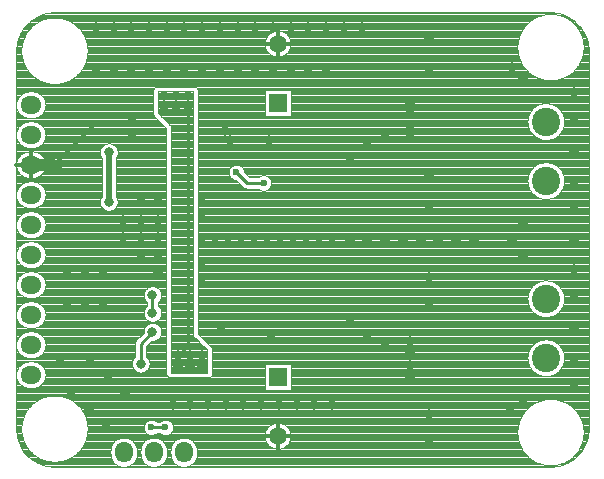
<source format=gbr>
G04 DipTrace 3.1.0.1*
G04 tas5806mROUTE.Bottom.gbr*
%MOIN*%
G04 #@! TF.FileFunction,Copper,L2,Bot*
G04 #@! TF.Part,Single*
G04 #@! TA.AperFunction,Conductor*
%ADD10C,0.009843*%
%ADD14C,0.019685*%
%ADD15C,0.03937*%
G04 #@! TA.AperFunction,CopperBalancing*
%ADD16C,0.003937*%
%ADD17C,0.011811*%
G04 #@! TA.AperFunction,ComponentPad*
%ADD19R,0.059055X0.059055*%
%ADD20C,0.059055*%
%ADD24O,0.07X0.06*%
%ADD26C,0.094488*%
%ADD27O,0.06X0.07*%
G04 #@! TA.AperFunction,ViaPad*
%ADD31C,0.023622*%
%ADD32C,0.031496*%
%FSLAX26Y26*%
G04*
G70*
G90*
G75*
G01*
G04 Bottom*
%LPD*%
X1248346Y1370394D2*
D10*
X1193228D1*
X1157795Y1405827D1*
X732598Y1472756D2*
D14*
Y1307402D1*
X878268Y996378D2*
D10*
Y937323D1*
X838898Y768031D2*
Y834961D1*
X878268Y874331D1*
X472756Y1431390D2*
D15*
X545563D1*
D10*
X689291Y1575118D1*
X811339D1*
X921575Y555433D2*
X874331D1*
X996378Y1622362D2*
Y827087D1*
X964882Y795591D1*
D31*
X1248346Y1370394D3*
X1157795Y1405827D3*
X1086929Y1224724D3*
Y1181417D3*
Y1138110D3*
X1130236Y1224724D3*
Y1181417D3*
Y1138110D3*
X1173543Y1224724D3*
Y1181417D3*
Y1138110D3*
X1216850Y1224724D3*
Y1181417D3*
Y1138110D3*
X1260157Y1224724D3*
Y1181417D3*
Y1138110D3*
X1303465Y1224724D3*
Y1181417D3*
Y1138110D3*
X1346772Y1224724D3*
Y1181417D3*
Y1138110D3*
X1390079Y1224724D3*
Y1181417D3*
Y1138110D3*
X1433386Y1224724D3*
Y1181417D3*
Y1138110D3*
X1476693Y1224724D3*
Y1181417D3*
Y1138110D3*
D32*
X732598Y1472756D3*
Y1307402D3*
X878268Y937323D3*
D31*
X1043622Y1224724D3*
Y1181417D3*
Y1138110D3*
D32*
X917638Y1661732D3*
X957008D3*
X996378D3*
Y1622362D3*
X957008D3*
X917638D3*
X964882Y795591D3*
X1004252D3*
X1043622D3*
Y756220D3*
X1004252D3*
X964882D3*
X878268Y996378D3*
Y874331D3*
X838898Y768031D3*
D31*
X921575Y555433D3*
X874331D3*
X1043622Y1268031D3*
Y1094803D3*
Y1311339D3*
Y1051496D3*
Y1008189D3*
X1086929D3*
X1130236D3*
D32*
X1118425Y1543622D3*
X1138110Y1512126D3*
X811339Y1575118D3*
Y1535748D3*
X1106614Y890079D3*
X1271969Y850709D3*
X897953Y1307402D3*
Y1248346D3*
Y1189291D3*
Y1130236D3*
Y1071181D3*
X838898Y1307402D3*
Y1248346D3*
Y1189291D3*
Y1130236D3*
X779843Y1248346D3*
Y1189291D3*
X594803Y972756D3*
X653858D3*
X712913D3*
X1535748Y1181417D3*
X1594803D3*
X1653858D3*
X1712913D3*
X1771969D3*
X1831024D3*
X1890079D3*
X1949134D3*
X1535748Y1457008D3*
X1594803Y1496378D3*
X1653858Y1535748D3*
X1268031Y1512126D3*
X689291Y1890079D3*
X748346D3*
X807402D3*
X866457D3*
X925512D3*
X984567D3*
X1043622D3*
X1102677D3*
X1161732D3*
X1220787D3*
X1279843D3*
X1338898D3*
X1397953D3*
X1457008D3*
X1516063D3*
X1575118D3*
X689291Y1752283D3*
X748346D3*
X807402D3*
X866457D3*
X925512D3*
X984567D3*
X1043622D3*
X1102677D3*
X1161732D3*
X1220787D3*
X1279843D3*
X1338898D3*
X1397953D3*
X1457008D3*
X1736535Y1520000D3*
Y1559370D3*
Y1598740D3*
Y1638110D3*
X2075118Y1756220D3*
Y1181417D3*
X2114488Y1236535D3*
Y1716850D3*
X1736535Y842835D3*
Y803465D3*
Y764094D3*
Y724724D3*
X2114488Y1126299D3*
Y645984D3*
X2071181Y606614D3*
X594803Y1079055D3*
X653858D3*
X712913D3*
X1799528Y1752283D3*
X1535748Y905827D3*
X1594803Y866457D3*
X1653858Y827087D3*
X1004252Y630236D3*
X1122362D3*
X1063307D3*
X1240472D3*
X945197D3*
X1181417D3*
X1358583D3*
X1476693D3*
X1417638D3*
X567244Y1433386D3*
X1299528Y630236D3*
X1799528Y1850709D3*
X2283780Y689291D3*
Y787717D3*
Y886142D3*
Y984567D3*
Y1082992D3*
Y1181417D3*
Y1279843D3*
Y1378268D3*
Y1476693D3*
Y1575118D3*
Y1673543D3*
X1799528Y1295591D3*
Y1394016D3*
Y957008D3*
Y1055433D3*
Y500315D3*
Y598740D3*
X571181Y787717D3*
X669606D3*
X728661Y728661D3*
X787717Y669606D3*
X606614Y673543D3*
X665669Y614488D3*
X724724Y555433D3*
X896382Y1671706D2*
D16*
X1013697D1*
X896382Y1667900D2*
X1013697D1*
X896382Y1664094D2*
X1013697D1*
X896382Y1660289D2*
X1013697D1*
X896382Y1656483D2*
X1013697D1*
X896382Y1652677D2*
X1013697D1*
X896382Y1648871D2*
X1013697D1*
X896382Y1645066D2*
X1013697D1*
X896382Y1641260D2*
X1013697D1*
X896382Y1637454D2*
X1013697D1*
X896382Y1633648D2*
X1013697D1*
X896382Y1629843D2*
X1013697D1*
X896382Y1626037D2*
X1013697D1*
X896382Y1622231D2*
X1013697D1*
X896382Y1618425D2*
X1013697D1*
X896382Y1614619D2*
X1013697D1*
X896382Y1610814D2*
X1013697D1*
X896382Y1607008D2*
X1013697D1*
X896667Y1603202D2*
X1013697D1*
X900472Y1599396D2*
X1013697D1*
X904280Y1595591D2*
X1013697D1*
X908085Y1591785D2*
X1013697D1*
X911891Y1587979D2*
X1013697D1*
X915698Y1584173D2*
X1013697D1*
X919504Y1580367D2*
X1013697D1*
X923310Y1576562D2*
X1013697D1*
X927117Y1572756D2*
X1013697D1*
X930923Y1568950D2*
X1013697D1*
X934730Y1565144D2*
X1013697D1*
X938535Y1561339D2*
X1013697D1*
X939689Y1557533D2*
X1013697D1*
X939689Y1553727D2*
X1013697D1*
X939689Y1549921D2*
X1013697D1*
X939689Y1546115D2*
X1013697D1*
X939689Y1542310D2*
X1013697D1*
X939689Y1538504D2*
X1013697D1*
X939689Y1534698D2*
X1013697D1*
X939689Y1530892D2*
X1013697D1*
X939689Y1527087D2*
X1013697D1*
X939689Y1523281D2*
X1013697D1*
X939689Y1519475D2*
X1013697D1*
X939689Y1515669D2*
X1013697D1*
X939689Y1511864D2*
X1013697D1*
X939689Y1508058D2*
X1013697D1*
X939689Y1504252D2*
X1013697D1*
X939689Y1500446D2*
X1013697D1*
X939689Y1496640D2*
X1013697D1*
X939689Y1492835D2*
X1013697D1*
X939689Y1489029D2*
X1013697D1*
X939689Y1485223D2*
X1013697D1*
X939689Y1481417D2*
X1013697D1*
X939689Y1477612D2*
X1013697D1*
X939689Y1473806D2*
X1013697D1*
X939689Y1470000D2*
X1013697D1*
X939689Y1466194D2*
X1013697D1*
X939689Y1462388D2*
X1013697D1*
X939689Y1458583D2*
X1013697D1*
X939689Y1454777D2*
X1013697D1*
X939689Y1450971D2*
X1013697D1*
X939689Y1447165D2*
X1013697D1*
X939689Y1443360D2*
X1013697D1*
X939689Y1439554D2*
X1013697D1*
X939689Y1435748D2*
X1013697D1*
X939689Y1431942D2*
X1013697D1*
X939689Y1428136D2*
X1013697D1*
X939689Y1424331D2*
X1013697D1*
X939689Y1420525D2*
X1013697D1*
X939689Y1416719D2*
X1013697D1*
X939689Y1412913D2*
X1013697D1*
X939689Y1409108D2*
X1013697D1*
X939689Y1405302D2*
X1013697D1*
X939689Y1401496D2*
X1013697D1*
X939689Y1397690D2*
X1013697D1*
X939689Y1393885D2*
X1013697D1*
X939689Y1390079D2*
X1013697D1*
X939689Y1386273D2*
X1013697D1*
X939689Y1382467D2*
X1013697D1*
X939689Y1378661D2*
X1013697D1*
X939689Y1374856D2*
X1013697D1*
X939689Y1371050D2*
X1013697D1*
X939689Y1367244D2*
X1013697D1*
X939689Y1363438D2*
X1013697D1*
X939689Y1359633D2*
X1013697D1*
X939689Y1355827D2*
X1013697D1*
X939689Y1352021D2*
X1013697D1*
X939689Y1348215D2*
X1013697D1*
X939689Y1344409D2*
X1013697D1*
X939689Y1340604D2*
X1013697D1*
X939689Y1336798D2*
X1013697D1*
X939689Y1332992D2*
X1013697D1*
X939689Y1329186D2*
X1013697D1*
X939689Y1325381D2*
X1013697D1*
X939689Y1321575D2*
X1013697D1*
X939689Y1317769D2*
X1013697D1*
X939689Y1313963D2*
X1013697D1*
X939689Y1310157D2*
X1013697D1*
X939689Y1306352D2*
X1013697D1*
X939689Y1302546D2*
X1013697D1*
X939689Y1298740D2*
X1013697D1*
X939689Y1294934D2*
X1013697D1*
X939689Y1291129D2*
X1013697D1*
X939689Y1287323D2*
X1013697D1*
X939689Y1283517D2*
X1013697D1*
X939689Y1279711D2*
X1013697D1*
X939689Y1275906D2*
X1013697D1*
X939689Y1272100D2*
X1013697D1*
X939689Y1268294D2*
X1013697D1*
X939689Y1264488D2*
X1013697D1*
X939689Y1260682D2*
X1013697D1*
X939689Y1256877D2*
X1013697D1*
X939689Y1253071D2*
X1013697D1*
X939689Y1249265D2*
X1013697D1*
X939689Y1245459D2*
X1013697D1*
X939689Y1241654D2*
X1013697D1*
X939689Y1237848D2*
X1013697D1*
X939689Y1234042D2*
X1013697D1*
X939689Y1230236D2*
X1013697D1*
X939689Y1226430D2*
X1013697D1*
X939689Y1222625D2*
X1013697D1*
X939689Y1218819D2*
X1013697D1*
X939689Y1215013D2*
X1013697D1*
X939689Y1211207D2*
X1013697D1*
X939689Y1207402D2*
X1013697D1*
X939689Y1203596D2*
X1013697D1*
X939689Y1199790D2*
X1013697D1*
X939689Y1195984D2*
X1013697D1*
X939689Y1192178D2*
X1013697D1*
X939689Y1188373D2*
X1013697D1*
X939689Y1184567D2*
X1013697D1*
X939689Y1180761D2*
X1013697D1*
X939689Y1176955D2*
X1013697D1*
X939689Y1173150D2*
X1013697D1*
X939689Y1169344D2*
X1013697D1*
X939689Y1165538D2*
X1013697D1*
X939689Y1161732D2*
X1013697D1*
X939689Y1157927D2*
X1013697D1*
X939689Y1154121D2*
X1013697D1*
X939689Y1150315D2*
X1013697D1*
X939689Y1146509D2*
X1013697D1*
X939689Y1142703D2*
X1013697D1*
X939689Y1138898D2*
X1013697D1*
X939689Y1135092D2*
X1013697D1*
X939689Y1131286D2*
X1013697D1*
X939689Y1127480D2*
X1013697D1*
X939689Y1123675D2*
X1013697D1*
X939689Y1119869D2*
X1013697D1*
X939689Y1116063D2*
X1013697D1*
X939689Y1112257D2*
X1013697D1*
X939689Y1108451D2*
X1013697D1*
X939689Y1104646D2*
X1013697D1*
X939689Y1100840D2*
X1013697D1*
X939689Y1097034D2*
X1013697D1*
X939689Y1093228D2*
X1013697D1*
X939689Y1089423D2*
X1013697D1*
X939689Y1085617D2*
X1013697D1*
X939689Y1081811D2*
X1013697D1*
X939689Y1078005D2*
X1013697D1*
X939689Y1074199D2*
X1013697D1*
X939689Y1070394D2*
X1013697D1*
X939689Y1066588D2*
X1013697D1*
X939689Y1062782D2*
X1013697D1*
X939689Y1058976D2*
X1013697D1*
X939689Y1055171D2*
X1013697D1*
X939689Y1051365D2*
X1013697D1*
X939689Y1047559D2*
X1013697D1*
X939689Y1043753D2*
X1013697D1*
X939689Y1039948D2*
X1013697D1*
X939689Y1036142D2*
X1013697D1*
X939689Y1032336D2*
X1013697D1*
X939689Y1028530D2*
X1013697D1*
X939689Y1024724D2*
X1013697D1*
X939689Y1020919D2*
X1013697D1*
X939689Y1017113D2*
X1013697D1*
X939689Y1013307D2*
X1013697D1*
X939689Y1009501D2*
X1013697D1*
X939689Y1005696D2*
X1013697D1*
X939689Y1001890D2*
X1013697D1*
X939689Y998084D2*
X1013697D1*
X939689Y994278D2*
X1013697D1*
X939689Y990472D2*
X1013697D1*
X939689Y986667D2*
X1013697D1*
X939689Y982861D2*
X1013697D1*
X939689Y979055D2*
X1013697D1*
X939689Y975249D2*
X1013697D1*
X939689Y971444D2*
X1013697D1*
X939689Y967638D2*
X1013697D1*
X939689Y963832D2*
X1013697D1*
X939689Y960026D2*
X1013697D1*
X939689Y956220D2*
X1013697D1*
X939689Y952415D2*
X1013697D1*
X939689Y948609D2*
X1013697D1*
X939689Y944803D2*
X1013697D1*
X939689Y940997D2*
X1013697D1*
X939689Y937192D2*
X1013697D1*
X939689Y933386D2*
X1013697D1*
X939689Y929580D2*
X1013697D1*
X939689Y925774D2*
X1013697D1*
X939689Y921969D2*
X1013697D1*
X939689Y918163D2*
X1013697D1*
X939689Y914357D2*
X1013697D1*
X939689Y910551D2*
X1013697D1*
X939689Y906745D2*
X1013697D1*
X939689Y902940D2*
X1013697D1*
X939689Y899134D2*
X1013697D1*
X939689Y895328D2*
X1013697D1*
X939689Y891522D2*
X1013697D1*
X939689Y887717D2*
X1013697D1*
X939689Y883911D2*
X1013697D1*
X939689Y880105D2*
X1013697D1*
X939689Y876299D2*
X1013697D1*
X939689Y872493D2*
X1013697D1*
X939689Y868688D2*
X1013697D1*
X939689Y864882D2*
X1013697D1*
X939689Y861076D2*
X1014328D1*
X939689Y857270D2*
X1018134D1*
X939689Y853465D2*
X1021940D1*
X939689Y849659D2*
X1025747D1*
X939689Y845853D2*
X1029552D1*
X939689Y842047D2*
X1033358D1*
X939689Y838241D2*
X1037165D1*
X939689Y834436D2*
X1040971D1*
X939689Y830630D2*
X1044778D1*
X939689Y826824D2*
X1048584D1*
X939689Y823018D2*
X1052390D1*
X939689Y819213D2*
X1056189D1*
X939689Y815407D2*
X1059995D1*
X939689Y811601D2*
X1060941D1*
X939689Y807795D2*
X1060941D1*
X939689Y803990D2*
X1060941D1*
X939689Y800184D2*
X1060941D1*
X939689Y796378D2*
X1060941D1*
X939689Y792572D2*
X1060941D1*
X939689Y788766D2*
X1060941D1*
X939689Y784961D2*
X1060941D1*
X939689Y781155D2*
X1060941D1*
X939689Y777349D2*
X1060941D1*
X939689Y773543D2*
X1060941D1*
X939689Y769738D2*
X1060941D1*
X939689Y765932D2*
X1060941D1*
X939689Y762126D2*
X1060941D1*
X939689Y758320D2*
X1060941D1*
X939689Y754514D2*
X1060941D1*
X939689Y750709D2*
X1060941D1*
X939689Y746903D2*
X1060941D1*
X939689Y743097D2*
X1060941D1*
X939689Y739291D2*
X1060941D1*
X895984Y1675504D2*
Y1603500D1*
X938916Y1560528D1*
X939196Y1559979D1*
X939291Y1559370D1*
Y738512D1*
X1061331Y738504D1*
X1061339Y814453D1*
X1014470Y861362D1*
X1014190Y861911D1*
X1014094Y862520D1*
Y1675504D1*
X895992Y1675512D1*
X522266Y1935486D2*
X2234262D1*
X511393Y1931680D2*
X2184588D1*
X2225491D2*
X2245142D1*
X500520Y1927874D2*
X2169809D1*
X2240270D2*
X2256015D1*
X492662Y1924068D2*
X2159966D1*
X2250113D2*
X2263874D1*
X486602Y1920262D2*
X533313D1*
X569679D2*
X2152207D1*
X2257871D2*
X2269933D1*
X480543Y1916457D2*
X517472D1*
X585520D2*
X2145702D1*
X2264377D2*
X2275985D1*
X474491Y1912651D2*
X507322D1*
X595670D2*
X2140066D1*
X2270013D2*
X2282044D1*
X469839Y1908845D2*
X499395D1*
X603598D2*
X2135098D1*
X2274980D2*
X2286688D1*
X466041Y1905039D2*
X492782D1*
X610211D2*
X2130654D1*
X2279425D2*
X2290495D1*
X462234Y1901234D2*
X487076D1*
X615916D2*
X2126648D1*
X2283431D2*
X2294301D1*
X458428Y1897428D2*
X482039D1*
X620953D2*
X2123010D1*
X2287068D2*
X2298107D1*
X454622Y1893622D2*
X477549D1*
X625443D2*
X2119704D1*
X2290375D2*
X2301914D1*
X451254Y1889816D2*
X473496D1*
X629496D2*
X2116690D1*
X2293389D2*
X2305282D1*
X448862Y1886010D2*
X469829D1*
X633164D2*
X2113929D1*
X2296150D2*
X2307673D1*
X446471Y1882205D2*
X466491D1*
X636501D2*
X2111407D1*
X2298672D2*
X2310064D1*
X444080Y1878399D2*
X463446D1*
X639546D2*
X1293686D1*
X1297497D2*
X2109100D1*
X2300979D2*
X2312456D1*
X441688Y1874593D2*
X460663D1*
X642329D2*
X1277353D1*
X1313828D2*
X2107001D1*
X2303078D2*
X2314847D1*
X439297Y1870787D2*
X458117D1*
X644875D2*
X1270587D1*
X1320594D2*
X2105086D1*
X2304992D2*
X2317239D1*
X436905Y1866982D2*
X455788D1*
X647205D2*
X1265804D1*
X1325377D2*
X2103356D1*
X2306723D2*
X2319630D1*
X435521Y1863176D2*
X453665D1*
X649327D2*
X1262136D1*
X1329045D2*
X2101795D1*
X2308284D2*
X2321022D1*
X434183Y1859370D2*
X451735D1*
X651257D2*
X1259237D1*
X1331944D2*
X2100388D1*
X2309691D2*
X2322352D1*
X432853Y1855564D2*
X449982D1*
X653010D2*
X1256923D1*
X1334259D2*
X2099142D1*
X2310936D2*
X2323682D1*
X431523Y1851759D2*
X448406D1*
X654586D2*
X1255108D1*
X1336073D2*
X2098050D1*
X2312028D2*
X2325013D1*
X430192Y1847953D2*
X446983D1*
X656009D2*
X1253716D1*
X1337465D2*
X2097105D1*
X2312974D2*
X2326343D1*
X428862Y1844147D2*
X445722D1*
X657270D2*
X1252716D1*
X1338465D2*
X2096297D1*
X2313782D2*
X2327681D1*
X427524Y1840341D2*
X444615D1*
X658377D2*
X1252063D1*
X1339118D2*
X2095628D1*
X2314451D2*
X2329011D1*
X426963Y1836535D2*
X443646D1*
X659346D2*
X1251763D1*
X1339418D2*
X2095090D1*
X2314989D2*
X2329573D1*
X426532Y1832730D2*
X442831D1*
X660161D2*
X1251786D1*
X1339395D2*
X2094698D1*
X2315381D2*
X2330003D1*
X426109Y1828924D2*
X442146D1*
X660846D2*
X1252155D1*
X1339026D2*
X2094429D1*
X2315650D2*
X2330434D1*
X425679Y1825118D2*
X441600D1*
X661392D2*
X1252862D1*
X1338319D2*
X2094298D1*
X2315781D2*
X2330857D1*
X425248Y1821312D2*
X441185D1*
X661807D2*
X1253931D1*
X1337250D2*
X2094290D1*
X2315788D2*
X2331287D1*
X424817Y1817507D2*
X440908D1*
X662084D2*
X1255392D1*
X1335789D2*
X2094421D1*
X2315658D2*
X2331718D1*
X424395Y1813701D2*
X440762D1*
X662230D2*
X1257284D1*
X1333897D2*
X2094682D1*
X2315396D2*
X2332149D1*
X423964Y1809895D2*
X440747D1*
X662245D2*
X1259691D1*
X1331490D2*
X2095075D1*
X2315004D2*
X2332572D1*
X423941Y1806089D2*
X440862D1*
X662130D2*
X1262705D1*
X1328476D2*
X2095605D1*
X2314474D2*
X2332602D1*
X423941Y1802283D2*
X441108D1*
X661884D2*
X1266534D1*
X1324647D2*
X2096266D1*
X2313812D2*
X2332602D1*
X423941Y1798478D2*
X441485D1*
X661507D2*
X1271571D1*
X1319610D2*
X2097074D1*
X2313005D2*
X2332602D1*
X423941Y1794672D2*
X442000D1*
X660992D2*
X1278891D1*
X1312290D2*
X2098012D1*
X2312067D2*
X2332602D1*
X423941Y1790866D2*
X442654D1*
X660338D2*
X2099104D1*
X2310975D2*
X2332602D1*
X423941Y1787060D2*
X443438D1*
X659554D2*
X2100342D1*
X2309737D2*
X2332602D1*
X423941Y1783255D2*
X444369D1*
X658623D2*
X2101741D1*
X2308337D2*
X2332602D1*
X423941Y1779449D2*
X445445D1*
X657547D2*
X2103302D1*
X2306776D2*
X2332602D1*
X423941Y1775643D2*
X446668D1*
X656324D2*
X2105025D1*
X2305054D2*
X2332602D1*
X423941Y1771837D2*
X448044D1*
X654948D2*
X2106932D1*
X2303147D2*
X2332602D1*
X423941Y1768031D2*
X449590D1*
X653402D2*
X2109023D1*
X2301055D2*
X2332602D1*
X423941Y1764226D2*
X451297D1*
X651695D2*
X2111322D1*
X2298756D2*
X2332602D1*
X423941Y1760420D2*
X453181D1*
X649811D2*
X2113837D1*
X2296242D2*
X2332602D1*
X423941Y1756614D2*
X455257D1*
X647735D2*
X2116590D1*
X2293489D2*
X2332602D1*
X423941Y1752808D2*
X457533D1*
X645459D2*
X2119596D1*
X2290482D2*
X2332602D1*
X423941Y1749003D2*
X460024D1*
X642968D2*
X2122895D1*
X2287184D2*
X2332602D1*
X423941Y1745197D2*
X462747D1*
X640246D2*
X2126517D1*
X2283562D2*
X2332602D1*
X423941Y1741391D2*
X465730D1*
X637262D2*
X2130508D1*
X2279571D2*
X2332602D1*
X423941Y1737585D2*
X468998D1*
X633994D2*
X2134937D1*
X2275142D2*
X2332602D1*
X423941Y1733780D2*
X472581D1*
X630411D2*
X2139881D1*
X2270198D2*
X2332602D1*
X423941Y1729974D2*
X476534D1*
X626458D2*
X2145494D1*
X2264584D2*
X2332602D1*
X423941Y1726168D2*
X480909D1*
X622083D2*
X2151961D1*
X2258117D2*
X2332602D1*
X423941Y1722362D2*
X485800D1*
X617193D2*
X2159666D1*
X2250413D2*
X2332602D1*
X423941Y1718556D2*
X491336D1*
X611656D2*
X2169416D1*
X2240662D2*
X2332602D1*
X423941Y1714751D2*
X497703D1*
X605289D2*
X2183896D1*
X2226183D2*
X2332602D1*
X423941Y1710945D2*
X505254D1*
X597738D2*
X2332602D1*
X423941Y1707139D2*
X514720D1*
X588272D2*
X2332602D1*
X423941Y1703333D2*
X528392D1*
X574601D2*
X2332602D1*
X423941Y1699528D2*
X2332602D1*
X423941Y1695722D2*
X2332602D1*
X423941Y1691916D2*
X2332602D1*
X423941Y1688110D2*
X884606D1*
X1025473D2*
X2332602D1*
X423941Y1684304D2*
X881469D1*
X1028610D2*
X2332602D1*
X423941Y1680499D2*
X880016D1*
X1030063D2*
X1251732D1*
X1339449D2*
X2332602D1*
X423941Y1676693D2*
X879685D1*
X1030394D2*
X1251732D1*
X1339449D2*
X2332602D1*
X423941Y1672887D2*
X452927D1*
X492585D2*
X879685D1*
X1030394D2*
X1251732D1*
X1339449D2*
X2332602D1*
X423941Y1669081D2*
X444784D1*
X500728D2*
X879685D1*
X1030394D2*
X1251732D1*
X1339449D2*
X2332602D1*
X423941Y1665276D2*
X439394D1*
X506118D2*
X879685D1*
X1030394D2*
X1251732D1*
X1339449D2*
X2332602D1*
X423941Y1661470D2*
X435334D1*
X510178D2*
X879685D1*
X1030394D2*
X1251732D1*
X1339449D2*
X2332602D1*
X423941Y1657664D2*
X432150D1*
X513362D2*
X879685D1*
X1030394D2*
X1251732D1*
X1339449D2*
X2332602D1*
X423941Y1653858D2*
X429605D1*
X515907D2*
X879685D1*
X1030394D2*
X1251732D1*
X1339449D2*
X2332602D1*
X423941Y1650052D2*
X427583D1*
X517929D2*
X879685D1*
X1030394D2*
X1251732D1*
X1339449D2*
X2332602D1*
X423941Y1646247D2*
X426019D1*
X519498D2*
X879685D1*
X1030394D2*
X1251732D1*
X1339449D2*
X2332602D1*
X520674Y1642441D2*
X879685D1*
X1030394D2*
X1251732D1*
X1339449D2*
X2332602D1*
X521482Y1638635D2*
X879685D1*
X1030394D2*
X1251732D1*
X1339449D2*
X2332602D1*
X521951Y1634829D2*
X879685D1*
X1030394D2*
X1251732D1*
X1339449D2*
X2175568D1*
X2203015D2*
X2332602D1*
X522082Y1631024D2*
X879685D1*
X1030394D2*
X1251732D1*
X1339449D2*
X2164041D1*
X2214541D2*
X2332602D1*
X521889Y1627218D2*
X879685D1*
X1030394D2*
X1251732D1*
X1339449D2*
X2156821D1*
X2221762D2*
X2332602D1*
X521359Y1623412D2*
X879685D1*
X1030394D2*
X1251732D1*
X1339449D2*
X2151338D1*
X2227244D2*
X2332602D1*
X520474Y1619606D2*
X879685D1*
X1030394D2*
X1251732D1*
X1339449D2*
X2146902D1*
X2231681D2*
X2332602D1*
X423941Y1615801D2*
X426280D1*
X519229D2*
X879685D1*
X1030394D2*
X1251732D1*
X1339449D2*
X2143203D1*
X2235380D2*
X2332602D1*
X423941Y1611995D2*
X427936D1*
X517576D2*
X879685D1*
X1030394D2*
X1251732D1*
X1339449D2*
X2140081D1*
X2238502D2*
X2332602D1*
X423941Y1608189D2*
X430051D1*
X515461D2*
X879685D1*
X1030394D2*
X1251732D1*
X1339449D2*
X2137428D1*
X2241154D2*
X2332602D1*
X423941Y1604383D2*
X432704D1*
X512808D2*
X879685D1*
X1030394D2*
X1251732D1*
X1339449D2*
X2135167D1*
X2243415D2*
X2332602D1*
X423941Y1600577D2*
X436041D1*
X509471D2*
X879846D1*
X1030394D2*
X1251732D1*
X1339449D2*
X2133268D1*
X2245314D2*
X2332602D1*
X423941Y1596772D2*
X440309D1*
X505203D2*
X881000D1*
X1030394D2*
X1251732D1*
X1339449D2*
X2131676D1*
X2246906D2*
X2332602D1*
X423941Y1592966D2*
X446053D1*
X499459D2*
X883622D1*
X1030394D2*
X2130377D1*
X2248206D2*
X2332602D1*
X423941Y1589160D2*
X455234D1*
X490278D2*
X887428D1*
X1030394D2*
X2129347D1*
X2249236D2*
X2332602D1*
X423941Y1585354D2*
X891234D1*
X1030394D2*
X2128578D1*
X2250005D2*
X2332602D1*
X423941Y1581549D2*
X895041D1*
X1030394D2*
X2128055D1*
X2250528D2*
X2332602D1*
X423941Y1577743D2*
X898847D1*
X1030394D2*
X2127770D1*
X2250812D2*
X2332602D1*
X423941Y1573937D2*
X456403D1*
X489109D2*
X902653D1*
X1030394D2*
X2127732D1*
X2250851D2*
X2332602D1*
X423941Y1570131D2*
X446637D1*
X498875D2*
X906460D1*
X1030394D2*
X2127916D1*
X2250666D2*
X2332602D1*
X423941Y1566325D2*
X440716D1*
X504796D2*
X910266D1*
X1030394D2*
X2128355D1*
X2250228D2*
X2332602D1*
X423941Y1562520D2*
X436356D1*
X509156D2*
X914072D1*
X1030394D2*
X2129031D1*
X2249551D2*
X2332602D1*
X423941Y1558714D2*
X432958D1*
X512554D2*
X917878D1*
X1030394D2*
X2129954D1*
X2248629D2*
X2332602D1*
X423941Y1554908D2*
X430251D1*
X515261D2*
X921685D1*
X1030394D2*
X2131154D1*
X2247429D2*
X2332602D1*
X423941Y1551102D2*
X428098D1*
X517414D2*
X922992D1*
X1030394D2*
X2132630D1*
X2245953D2*
X2332602D1*
X423941Y1547297D2*
X426403D1*
X519106D2*
X922992D1*
X1030394D2*
X2134406D1*
X2244176D2*
X2332602D1*
X520390Y1543491D2*
X922992D1*
X1030394D2*
X2136529D1*
X2242054D2*
X2332602D1*
X521297Y1539685D2*
X922992D1*
X1030394D2*
X2139020D1*
X2239563D2*
X2332602D1*
X521859Y1535879D2*
X922992D1*
X1030394D2*
X2141957D1*
X2236625D2*
X2332602D1*
X522082Y1532073D2*
X922992D1*
X1030394D2*
X2145418D1*
X2233165D2*
X2332602D1*
X521974Y1528268D2*
X922992D1*
X1030394D2*
X2149554D1*
X2229028D2*
X2332602D1*
X521536Y1524462D2*
X922992D1*
X1030394D2*
X2154591D1*
X2223992D2*
X2332602D1*
X520759Y1520656D2*
X922992D1*
X1030394D2*
X2161019D1*
X2217563D2*
X2332602D1*
X519613Y1516850D2*
X922992D1*
X1030394D2*
X2170239D1*
X2208344D2*
X2332602D1*
X423941Y1513045D2*
X427436D1*
X518075D2*
X922992D1*
X1030394D2*
X2332602D1*
X423941Y1509239D2*
X429420D1*
X516091D2*
X922992D1*
X1030394D2*
X2332602D1*
X423941Y1505433D2*
X431912D1*
X513600D2*
X922992D1*
X1030394D2*
X2332602D1*
X423941Y1501627D2*
X435041D1*
X510470D2*
X725303D1*
X739893D2*
X922992D1*
X1030394D2*
X2332602D1*
X423941Y1497822D2*
X439017D1*
X506495D2*
X716299D1*
X748898D2*
X922992D1*
X1030394D2*
X2332602D1*
X423941Y1494016D2*
X444261D1*
X501251D2*
X711485D1*
X753711D2*
X922992D1*
X1030394D2*
X2332602D1*
X423941Y1490210D2*
X452043D1*
X493469D2*
X708194D1*
X757002D2*
X922992D1*
X1030394D2*
X2332602D1*
X423941Y1486404D2*
X705841D1*
X759355D2*
X922992D1*
X1030394D2*
X2332602D1*
X423941Y1482598D2*
X704196D1*
X761001D2*
X922992D1*
X1030394D2*
X2332602D1*
X423941Y1478793D2*
X703142D1*
X762054D2*
X922992D1*
X1030394D2*
X2332602D1*
X423941Y1474987D2*
X461908D1*
X483603D2*
X702604D1*
X762593D2*
X922992D1*
X1030394D2*
X2332602D1*
X423941Y1471181D2*
X448729D1*
X496783D2*
X702558D1*
X762639D2*
X922992D1*
X1030394D2*
X2332602D1*
X423941Y1467375D2*
X442154D1*
X503358D2*
X703012D1*
X762185D2*
X922992D1*
X1030394D2*
X2332602D1*
X423941Y1463570D2*
X437448D1*
X508064D2*
X703981D1*
X761216D2*
X922992D1*
X1030394D2*
X2332602D1*
X423941Y1459764D2*
X433819D1*
X511693D2*
X705511D1*
X759686D2*
X922992D1*
X1030394D2*
X2332602D1*
X423941Y1455958D2*
X430935D1*
X514577D2*
X707733D1*
X757464D2*
X922992D1*
X1030394D2*
X2332602D1*
X423941Y1452152D2*
X428644D1*
X516868D2*
X708425D1*
X756772D2*
X922992D1*
X1030394D2*
X2332602D1*
X423941Y1448346D2*
X426833D1*
X518683D2*
X708425D1*
X756772D2*
X922992D1*
X1030394D2*
X2332602D1*
X520075Y1444541D2*
X708425D1*
X756772D2*
X922992D1*
X1030394D2*
X2332602D1*
X521082Y1440735D2*
X708425D1*
X756772D2*
X922992D1*
X1030394D2*
X2332602D1*
X521736Y1436929D2*
X708425D1*
X756772D2*
X922992D1*
X1030394D2*
X2171523D1*
X2207059D2*
X2332602D1*
X522051Y1433123D2*
X708425D1*
X756772D2*
X922992D1*
X1030394D2*
X2161804D1*
X2216779D2*
X2332602D1*
X522035Y1429318D2*
X708425D1*
X756772D2*
X922992D1*
X1030394D2*
X1146855D1*
X1168735D2*
X2155175D1*
X2223407D2*
X2332602D1*
X521689Y1425512D2*
X708425D1*
X756772D2*
X922992D1*
X1030394D2*
X1140804D1*
X1174787D2*
X2150024D1*
X2228559D2*
X2332602D1*
X521005Y1421706D2*
X708425D1*
X756772D2*
X922992D1*
X1030394D2*
X1137136D1*
X1178455D2*
X2145810D1*
X2232773D2*
X2332602D1*
X519967Y1417900D2*
X708425D1*
X756772D2*
X922992D1*
X1030394D2*
X1134660D1*
X1180931D2*
X2142288D1*
X2236295D2*
X2332602D1*
X423941Y1414094D2*
X426971D1*
X518537D2*
X708425D1*
X756772D2*
X922992D1*
X1030394D2*
X1133014D1*
X1182576D2*
X2139304D1*
X2239278D2*
X2332602D1*
X423941Y1410289D2*
X428821D1*
X516691D2*
X708425D1*
X756772D2*
X922992D1*
X1030394D2*
X1132046D1*
X1183545D2*
X2136767D1*
X2241816D2*
X2332602D1*
X423941Y1406483D2*
X431166D1*
X514346D2*
X708425D1*
X756772D2*
X922992D1*
X1030394D2*
X1131661D1*
X1184206D2*
X2134614D1*
X2243969D2*
X2332602D1*
X423941Y1402677D2*
X434103D1*
X511409D2*
X708425D1*
X756772D2*
X922992D1*
X1030394D2*
X1131846D1*
X1188005D2*
X2132799D1*
X2245784D2*
X2332602D1*
X423941Y1398871D2*
X437817D1*
X507695D2*
X708425D1*
X756772D2*
X922992D1*
X1030394D2*
X1132615D1*
X1191811D2*
X2131292D1*
X2247291D2*
X2332602D1*
X423941Y1395066D2*
X442646D1*
X502866D2*
X708425D1*
X756772D2*
X922992D1*
X1030394D2*
X1134006D1*
X1195617D2*
X1240590D1*
X1256103D2*
X2130069D1*
X2248513D2*
X2332602D1*
X423941Y1391260D2*
X449475D1*
X496037D2*
X708425D1*
X756772D2*
X922992D1*
X1030394D2*
X1136167D1*
X1199424D2*
X1232870D1*
X1263823D2*
X2129108D1*
X2249475D2*
X2332602D1*
X423941Y1387454D2*
X467022D1*
X478490D2*
X708425D1*
X756772D2*
X922992D1*
X1030394D2*
X1139366D1*
X1268021D2*
X2128408D1*
X2250174D2*
X2332602D1*
X423941Y1383648D2*
X708425D1*
X756772D2*
X922992D1*
X1030394D2*
X1144326D1*
X1270813D2*
X2127955D1*
X2250628D2*
X2332602D1*
X423941Y1379843D2*
X708425D1*
X756772D2*
X922992D1*
X1030394D2*
X1156713D1*
X1272689D2*
X2127739D1*
X2250843D2*
X2332602D1*
X423941Y1376037D2*
X708425D1*
X756772D2*
X922992D1*
X1030394D2*
X1160520D1*
X1273865D2*
X2127755D1*
X2250828D2*
X2332602D1*
X423941Y1372231D2*
X451089D1*
X494423D2*
X708425D1*
X756772D2*
X922992D1*
X1030394D2*
X1164326D1*
X1274419D2*
X2128016D1*
X2250566D2*
X2332602D1*
X423941Y1368425D2*
X443677D1*
X501835D2*
X708425D1*
X756772D2*
X922992D1*
X1030394D2*
X1168132D1*
X1274411D2*
X2128516D1*
X2250067D2*
X2332602D1*
X423941Y1364619D2*
X438586D1*
X506926D2*
X708425D1*
X756772D2*
X922992D1*
X1030394D2*
X1171939D1*
X1273835D2*
X2129262D1*
X2249321D2*
X2332602D1*
X423941Y1360814D2*
X434711D1*
X510801D2*
X708425D1*
X756772D2*
X922992D1*
X1030394D2*
X1175745D1*
X1272643D2*
X2130262D1*
X2248321D2*
X2332602D1*
X423941Y1357008D2*
X431650D1*
X513861D2*
X708425D1*
X756772D2*
X922992D1*
X1030394D2*
X1179551D1*
X1270736D2*
X2131530D1*
X2247052D2*
X2332602D1*
X423941Y1353202D2*
X429205D1*
X516307D2*
X708425D1*
X756772D2*
X922992D1*
X1030394D2*
X1185080D1*
X1267906D2*
X2133084D1*
X2245499D2*
X2332602D1*
X423941Y1349396D2*
X427275D1*
X518237D2*
X708425D1*
X756772D2*
X922992D1*
X1030394D2*
X1233054D1*
X1263639D2*
X2134960D1*
X2243623D2*
X2332602D1*
X519736Y1345591D2*
X708425D1*
X756772D2*
X922992D1*
X1030394D2*
X1241044D1*
X1255649D2*
X2137174D1*
X2241408D2*
X2332602D1*
X520844Y1341785D2*
X708425D1*
X756772D2*
X922992D1*
X1030394D2*
X2139781D1*
X2238802D2*
X2332602D1*
X521597Y1337979D2*
X708425D1*
X756772D2*
X922992D1*
X1030394D2*
X2142857D1*
X2235726D2*
X2332602D1*
X521997Y1334173D2*
X708425D1*
X756772D2*
X922992D1*
X1030394D2*
X2146486D1*
X2232096D2*
X2332602D1*
X522074Y1330367D2*
X708425D1*
X756772D2*
X922992D1*
X1030394D2*
X2150839D1*
X2227744D2*
X2332602D1*
X521820Y1326562D2*
X708425D1*
X756772D2*
X922992D1*
X1030394D2*
X2156190D1*
X2222392D2*
X2332602D1*
X521228Y1322756D2*
X706803D1*
X758394D2*
X922992D1*
X1030394D2*
X2163180D1*
X2215402D2*
X2332602D1*
X520282Y1318950D2*
X704857D1*
X760340D2*
X922992D1*
X1030394D2*
X2173915D1*
X2204668D2*
X2332602D1*
X423941Y1315144D2*
X426557D1*
X518960D2*
X703550D1*
X761647D2*
X922992D1*
X1030394D2*
X2332602D1*
X423941Y1311339D2*
X428282D1*
X517229D2*
X702781D1*
X762416D2*
X922992D1*
X1030394D2*
X2332602D1*
X423941Y1307533D2*
X430482D1*
X515030D2*
X702520D1*
X762677D2*
X922992D1*
X1030394D2*
X2332602D1*
X423941Y1303727D2*
X433250D1*
X512262D2*
X702750D1*
X762447D2*
X922992D1*
X1030394D2*
X2332602D1*
X423941Y1299921D2*
X436725D1*
X508786D2*
X703481D1*
X761716D2*
X922992D1*
X1030394D2*
X2332602D1*
X423941Y1296115D2*
X441201D1*
X504311D2*
X704749D1*
X760447D2*
X922992D1*
X1030394D2*
X2332602D1*
X423941Y1292310D2*
X447337D1*
X498175D2*
X706641D1*
X758556D2*
X922992D1*
X1030394D2*
X2332602D1*
X423941Y1288504D2*
X457933D1*
X487579D2*
X709309D1*
X755888D2*
X922992D1*
X1030394D2*
X2332602D1*
X423941Y1284698D2*
X713077D1*
X752120D2*
X922992D1*
X1030394D2*
X2332602D1*
X423941Y1280892D2*
X718844D1*
X746353D2*
X922992D1*
X1030394D2*
X2332602D1*
X423941Y1277087D2*
X922992D1*
X1030394D2*
X2332602D1*
X423941Y1273281D2*
X454027D1*
X491485D2*
X922992D1*
X1030394D2*
X2332602D1*
X423941Y1269475D2*
X445407D1*
X500105D2*
X922992D1*
X1030394D2*
X2332602D1*
X423941Y1265669D2*
X439847D1*
X505665D2*
X922992D1*
X1030394D2*
X2332602D1*
X423941Y1261864D2*
X435687D1*
X509825D2*
X922992D1*
X1030394D2*
X2332602D1*
X423941Y1258058D2*
X432419D1*
X513093D2*
X922992D1*
X1030394D2*
X2332602D1*
X423941Y1254252D2*
X429828D1*
X515684D2*
X922992D1*
X1030394D2*
X2332602D1*
X423941Y1250446D2*
X427759D1*
X517752D2*
X922992D1*
X1030394D2*
X2332602D1*
X423941Y1246640D2*
X426142D1*
X519367D2*
X922992D1*
X1030394D2*
X2332602D1*
X520574Y1242835D2*
X922992D1*
X1030394D2*
X2332602D1*
X521420Y1239029D2*
X922992D1*
X1030394D2*
X2332602D1*
X521920Y1235223D2*
X922992D1*
X1030394D2*
X2332602D1*
X522089Y1231417D2*
X922992D1*
X1030394D2*
X2332602D1*
X521920Y1227612D2*
X922992D1*
X1030394D2*
X2332602D1*
X521420Y1223806D2*
X922992D1*
X1030394D2*
X2332602D1*
X520574Y1220000D2*
X922992D1*
X1030394D2*
X2332602D1*
X423941Y1216194D2*
X426142D1*
X519367D2*
X922992D1*
X1030394D2*
X2332602D1*
X423941Y1212388D2*
X427759D1*
X517752D2*
X922992D1*
X1030394D2*
X2332602D1*
X423941Y1208583D2*
X429828D1*
X515684D2*
X922992D1*
X1030394D2*
X2332602D1*
X423941Y1204777D2*
X432419D1*
X513093D2*
X922992D1*
X1030394D2*
X2332602D1*
X423941Y1200971D2*
X435687D1*
X509825D2*
X922992D1*
X1030394D2*
X2332602D1*
X423941Y1197165D2*
X439847D1*
X505665D2*
X922992D1*
X1030394D2*
X2332602D1*
X423941Y1193360D2*
X445407D1*
X500105D2*
X922992D1*
X1030394D2*
X2332602D1*
X423941Y1189554D2*
X454027D1*
X491485D2*
X922992D1*
X1030394D2*
X2332602D1*
X423941Y1185748D2*
X922992D1*
X1030394D2*
X2332602D1*
X423941Y1181942D2*
X922992D1*
X1030394D2*
X2332602D1*
X423941Y1178136D2*
X922992D1*
X1030394D2*
X2332602D1*
X423941Y1174331D2*
X457933D1*
X487579D2*
X922992D1*
X1030394D2*
X2332602D1*
X423941Y1170525D2*
X447337D1*
X498175D2*
X922992D1*
X1030394D2*
X2332602D1*
X423941Y1166719D2*
X441201D1*
X504311D2*
X922992D1*
X1030394D2*
X2332602D1*
X423941Y1162913D2*
X436725D1*
X508786D2*
X922992D1*
X1030394D2*
X2332602D1*
X423941Y1159108D2*
X433250D1*
X512262D2*
X922992D1*
X1030394D2*
X2332602D1*
X423941Y1155302D2*
X430482D1*
X515030D2*
X922992D1*
X1030394D2*
X2332602D1*
X423941Y1151496D2*
X428282D1*
X517229D2*
X922992D1*
X1030394D2*
X2332602D1*
X423941Y1147690D2*
X426557D1*
X518960D2*
X922992D1*
X1030394D2*
X2332602D1*
X520282Y1143885D2*
X922992D1*
X1030394D2*
X2332602D1*
X521228Y1140079D2*
X922992D1*
X1030394D2*
X2332602D1*
X521820Y1136273D2*
X922992D1*
X1030394D2*
X2332602D1*
X522074Y1132467D2*
X922992D1*
X1030394D2*
X2332602D1*
X521997Y1128661D2*
X922992D1*
X1030394D2*
X2332602D1*
X521597Y1124856D2*
X922992D1*
X1030394D2*
X2332602D1*
X520844Y1121050D2*
X922992D1*
X1030394D2*
X2332602D1*
X519736Y1117244D2*
X922992D1*
X1030394D2*
X2332602D1*
X423941Y1113438D2*
X427275D1*
X518237D2*
X922992D1*
X1030394D2*
X2332602D1*
X423941Y1109633D2*
X429205D1*
X516307D2*
X922992D1*
X1030394D2*
X2332602D1*
X423941Y1105827D2*
X431650D1*
X513861D2*
X922992D1*
X1030394D2*
X2332602D1*
X423941Y1102021D2*
X434711D1*
X510801D2*
X922992D1*
X1030394D2*
X2332602D1*
X423941Y1098215D2*
X438586D1*
X506926D2*
X922992D1*
X1030394D2*
X2332602D1*
X423941Y1094409D2*
X443677D1*
X501835D2*
X922992D1*
X1030394D2*
X2332602D1*
X423941Y1090604D2*
X451089D1*
X494423D2*
X922992D1*
X1030394D2*
X2332602D1*
X423941Y1086798D2*
X922992D1*
X1030394D2*
X2332602D1*
X423941Y1082992D2*
X922992D1*
X1030394D2*
X2332602D1*
X423941Y1079186D2*
X922992D1*
X1030394D2*
X2332602D1*
X423941Y1075381D2*
X922992D1*
X1030394D2*
X2332602D1*
X423941Y1071575D2*
X449536D1*
X495976D2*
X922992D1*
X1030394D2*
X2332602D1*
X423941Y1067769D2*
X442685D1*
X502827D2*
X922992D1*
X1030394D2*
X2332602D1*
X423941Y1063963D2*
X437848D1*
X507664D2*
X922992D1*
X1030394D2*
X2332602D1*
X423941Y1060157D2*
X434126D1*
X511385D2*
X922992D1*
X1030394D2*
X2332602D1*
X423941Y1056352D2*
X431189D1*
X514323D2*
X922992D1*
X1030394D2*
X2332602D1*
X423941Y1052546D2*
X428836D1*
X516676D2*
X922992D1*
X1030394D2*
X2332602D1*
X423941Y1048740D2*
X426987D1*
X518529D2*
X922992D1*
X1030394D2*
X2332602D1*
X519959Y1044934D2*
X922992D1*
X1030394D2*
X2178951D1*
X2199631D2*
X2332602D1*
X520997Y1041129D2*
X922992D1*
X1030394D2*
X2165579D1*
X2213003D2*
X2332602D1*
X521689Y1037323D2*
X922992D1*
X1030394D2*
X2157913D1*
X2220670D2*
X2332602D1*
X522035Y1033517D2*
X922992D1*
X1030394D2*
X2152200D1*
X2226383D2*
X2332602D1*
X522051Y1029711D2*
X922992D1*
X1030394D2*
X2147601D1*
X2230981D2*
X2332602D1*
X521743Y1025906D2*
X874817D1*
X881718D2*
X922992D1*
X1030394D2*
X2143795D1*
X2234788D2*
X2332602D1*
X521090Y1022100D2*
X863053D1*
X893483D2*
X922992D1*
X1030394D2*
X2140581D1*
X2238002D2*
X2332602D1*
X520082Y1018294D2*
X857854D1*
X898681D2*
X922992D1*
X1030394D2*
X2137851D1*
X2240732D2*
X2332602D1*
X423941Y1014488D2*
X426818D1*
X518690D2*
X854356D1*
X902180D2*
X922992D1*
X1030394D2*
X2135529D1*
X2243054D2*
X2332602D1*
X423941Y1010682D2*
X428628D1*
X516883D2*
X851864D1*
X904671D2*
X922992D1*
X1030394D2*
X2133568D1*
X2245015D2*
X2332602D1*
X423941Y1006877D2*
X430920D1*
X514592D2*
X850111D1*
X906424D2*
X922992D1*
X1030394D2*
X2131930D1*
X2246652D2*
X2332602D1*
X423941Y1003071D2*
X433796D1*
X511716D2*
X848950D1*
X907585D2*
X922992D1*
X1030394D2*
X2130585D1*
X2247998D2*
X2332602D1*
X423941Y999265D2*
X437417D1*
X508094D2*
X848327D1*
X908208D2*
X922992D1*
X1030394D2*
X2129508D1*
X2249075D2*
X2332602D1*
X423941Y995459D2*
X442116D1*
X503396D2*
X848204D1*
X908331D2*
X922992D1*
X1030394D2*
X2128693D1*
X2249890D2*
X2332602D1*
X423941Y991654D2*
X448675D1*
X496837D2*
X848566D1*
X907970D2*
X922992D1*
X1030394D2*
X2128132D1*
X2250451D2*
X2332602D1*
X423941Y987848D2*
X461693D1*
X483819D2*
X849442D1*
X907093D2*
X922992D1*
X1030394D2*
X2127801D1*
X2250782D2*
X2332602D1*
X423941Y984042D2*
X850872D1*
X905663D2*
X922992D1*
X1030394D2*
X2127716D1*
X2250866D2*
X2332602D1*
X423941Y980236D2*
X852964D1*
X903571D2*
X922992D1*
X1030394D2*
X2127870D1*
X2250713D2*
X2332602D1*
X423941Y976430D2*
X855894D1*
X900642D2*
X922992D1*
X1030394D2*
X2128262D1*
X2250320D2*
X2332602D1*
X423941Y972625D2*
X452120D1*
X493392D2*
X859016D1*
X897520D2*
X922992D1*
X1030394D2*
X2128893D1*
X2249690D2*
X2332602D1*
X423941Y968819D2*
X444307D1*
X501205D2*
X859016D1*
X897520D2*
X922992D1*
X1030394D2*
X2129777D1*
X2248806D2*
X2332602D1*
X423941Y965013D2*
X439048D1*
X506464D2*
X859016D1*
X897520D2*
X922992D1*
X1030394D2*
X2130923D1*
X2247660D2*
X2332602D1*
X423941Y961207D2*
X435064D1*
X510447D2*
X859016D1*
X897520D2*
X922992D1*
X1030394D2*
X2132353D1*
X2246230D2*
X2332602D1*
X423941Y957402D2*
X431935D1*
X513577D2*
X856009D1*
X900526D2*
X922992D1*
X1030394D2*
X2134076D1*
X2244507D2*
X2332602D1*
X423941Y953596D2*
X429436D1*
X516076D2*
X853049D1*
X903487D2*
X922992D1*
X1030394D2*
X2136136D1*
X2242446D2*
X2332602D1*
X423941Y949790D2*
X427452D1*
X518060D2*
X850934D1*
X905601D2*
X922992D1*
X1030394D2*
X2138559D1*
X2240024D2*
X2332602D1*
X423941Y945984D2*
X425911D1*
X519598D2*
X849481D1*
X907055D2*
X922992D1*
X1030394D2*
X2141419D1*
X2237164D2*
X2332602D1*
X520751Y942178D2*
X848589D1*
X907947D2*
X922992D1*
X1030394D2*
X2144779D1*
X2233803D2*
X2332602D1*
X521536Y938373D2*
X848204D1*
X908331D2*
X922992D1*
X1030394D2*
X2148786D1*
X2229797D2*
X2332602D1*
X521974Y934567D2*
X848320D1*
X908216D2*
X922992D1*
X1030394D2*
X2153638D1*
X2224945D2*
X2332602D1*
X522082Y930761D2*
X848927D1*
X907608D2*
X922992D1*
X1030394D2*
X2159774D1*
X2218809D2*
X2332602D1*
X521859Y926955D2*
X850057D1*
X906478D2*
X922992D1*
X1030394D2*
X2168309D1*
X2210274D2*
X2332602D1*
X521305Y923150D2*
X851787D1*
X904748D2*
X922992D1*
X1030394D2*
X2332602D1*
X520398Y919344D2*
X854256D1*
X902280D2*
X922992D1*
X1030394D2*
X2332602D1*
X423941Y915538D2*
X426388D1*
X519113D2*
X857708D1*
X898827D2*
X922992D1*
X1030394D2*
X2332602D1*
X423941Y911732D2*
X428082D1*
X517429D2*
X862830D1*
X893706D2*
X922992D1*
X1030394D2*
X2332602D1*
X423941Y907927D2*
X430235D1*
X515276D2*
X873741D1*
X882795D2*
X922992D1*
X1030394D2*
X2332602D1*
X423941Y904121D2*
X432934D1*
X512577D2*
X922992D1*
X1030394D2*
X2332602D1*
X423941Y900315D2*
X436326D1*
X509186D2*
X863522D1*
X893014D2*
X922992D1*
X1030394D2*
X2332602D1*
X423941Y896509D2*
X440678D1*
X504834D2*
X858147D1*
X898389D2*
X922992D1*
X1030394D2*
X2332602D1*
X423941Y892703D2*
X446583D1*
X498929D2*
X854556D1*
X901980D2*
X922992D1*
X1030394D2*
X2332602D1*
X423941Y888898D2*
X456295D1*
X489217D2*
X852010D1*
X904525D2*
X922992D1*
X1030394D2*
X2332602D1*
X423941Y885092D2*
X850211D1*
X906324D2*
X922992D1*
X1030394D2*
X2332602D1*
X423941Y881286D2*
X849012D1*
X907524D2*
X922992D1*
X1030394D2*
X2332602D1*
X423941Y877480D2*
X848358D1*
X908177D2*
X922992D1*
X1030394D2*
X2332602D1*
X423941Y873675D2*
X455326D1*
X490186D2*
X848197D1*
X908339D2*
X922992D1*
X1030394D2*
X2332602D1*
X423941Y869869D2*
X446107D1*
X499405D2*
X846743D1*
X908008D2*
X922992D1*
X1030394D2*
X2332602D1*
X423941Y866063D2*
X440339D1*
X505172D2*
X842937D1*
X907170D2*
X922992D1*
X1032624D2*
X2332602D1*
X423941Y862257D2*
X436064D1*
X509448D2*
X839131D1*
X905778D2*
X922992D1*
X1036430D2*
X2332602D1*
X423941Y858451D2*
X432727D1*
X512785D2*
X835324D1*
X903741D2*
X922992D1*
X1040236D2*
X2332602D1*
X423941Y854646D2*
X430066D1*
X515446D2*
X831518D1*
X900880D2*
X922992D1*
X1044043D2*
X2332602D1*
X423941Y850840D2*
X427952D1*
X517560D2*
X827712D1*
X896812D2*
X922992D1*
X1047849D2*
X2332602D1*
X423941Y847034D2*
X426295D1*
X519221D2*
X824021D1*
X890330D2*
X922992D1*
X1051655D2*
X2173915D1*
X2204668D2*
X2332602D1*
X520467Y843228D2*
X821553D1*
X874228D2*
X922992D1*
X1055462D2*
X2163180D1*
X2215402D2*
X2332602D1*
X521351Y839423D2*
X820184D1*
X870422D2*
X922992D1*
X1059260D2*
X2156190D1*
X2222392D2*
X2332602D1*
X521889Y835617D2*
X819653D1*
X866616D2*
X922992D1*
X1063066D2*
X2150839D1*
X2227744D2*
X2332602D1*
X522082Y831811D2*
X819646D1*
X862810D2*
X922992D1*
X1066873D2*
X2146486D1*
X2232096D2*
X2332602D1*
X521951Y828005D2*
X819646D1*
X859003D2*
X922992D1*
X1070679D2*
X2142857D1*
X2235726D2*
X2332602D1*
X521489Y824199D2*
X819646D1*
X858150D2*
X922992D1*
X1074408D2*
X2139781D1*
X2238802D2*
X2332602D1*
X520682Y820394D2*
X819646D1*
X858150D2*
X922992D1*
X1076661D2*
X2137174D1*
X2241408D2*
X2332602D1*
X423941Y816588D2*
X426003D1*
X519506D2*
X819646D1*
X858150D2*
X922992D1*
X1077576D2*
X2134960D1*
X2243623D2*
X2332602D1*
X423941Y812782D2*
X427575D1*
X517937D2*
X819646D1*
X858150D2*
X922992D1*
X1077638D2*
X2133084D1*
X2245499D2*
X2332602D1*
X423941Y808976D2*
X429590D1*
X515922D2*
X819646D1*
X858150D2*
X922992D1*
X1077638D2*
X2131530D1*
X2247052D2*
X2332602D1*
X423941Y805171D2*
X432127D1*
X513385D2*
X819646D1*
X858150D2*
X922992D1*
X1077638D2*
X2130262D1*
X2248321D2*
X2332602D1*
X423941Y801365D2*
X435311D1*
X510201D2*
X819646D1*
X858150D2*
X922992D1*
X1077638D2*
X2129262D1*
X2249321D2*
X2332602D1*
X423941Y797559D2*
X439363D1*
X506149D2*
X819646D1*
X858150D2*
X922992D1*
X1077638D2*
X2128516D1*
X2250067D2*
X2332602D1*
X423941Y793753D2*
X444738D1*
X500774D2*
X819646D1*
X858150D2*
X922992D1*
X1077638D2*
X2128016D1*
X2250566D2*
X2332602D1*
X423941Y789948D2*
X452842D1*
X492669D2*
X818484D1*
X859311D2*
X922992D1*
X1077638D2*
X2127755D1*
X2250828D2*
X2332602D1*
X423941Y786142D2*
X814986D1*
X862810D2*
X922992D1*
X1077638D2*
X2127739D1*
X2250843D2*
X2332602D1*
X423941Y782336D2*
X812494D1*
X865301D2*
X922992D1*
X1077638D2*
X2127955D1*
X2250628D2*
X2332602D1*
X423941Y778530D2*
X810741D1*
X867054D2*
X922992D1*
X1077638D2*
X2128408D1*
X2250174D2*
X2332602D1*
X423941Y774724D2*
X459948D1*
X485564D2*
X809580D1*
X868215D2*
X922992D1*
X1077638D2*
X2129108D1*
X2249475D2*
X2332602D1*
X423941Y770919D2*
X448121D1*
X497391D2*
X808957D1*
X868838D2*
X922992D1*
X1077638D2*
X2130069D1*
X2248513D2*
X2332602D1*
X423941Y767113D2*
X441747D1*
X503765D2*
X808834D1*
X868961D2*
X922992D1*
X1077638D2*
X1251732D1*
X1339449D2*
X2131292D1*
X2247291D2*
X2332602D1*
X423941Y763307D2*
X437141D1*
X508371D2*
X809196D1*
X868600D2*
X922992D1*
X1077638D2*
X1251732D1*
X1339449D2*
X2132799D1*
X2245784D2*
X2332602D1*
X423941Y759501D2*
X433573D1*
X511939D2*
X810072D1*
X867723D2*
X922992D1*
X1077638D2*
X1251732D1*
X1339449D2*
X2134614D1*
X2243969D2*
X2332602D1*
X423941Y755696D2*
X430743D1*
X514769D2*
X811502D1*
X866293D2*
X922992D1*
X1077638D2*
X1251732D1*
X1339449D2*
X2136767D1*
X2241816D2*
X2332602D1*
X423941Y751890D2*
X428490D1*
X517022D2*
X813594D1*
X864201D2*
X922992D1*
X1077638D2*
X1251732D1*
X1339449D2*
X2139304D1*
X2239278D2*
X2332602D1*
X423941Y748084D2*
X426710D1*
X518806D2*
X816524D1*
X861272D2*
X922992D1*
X1077638D2*
X1251732D1*
X1339449D2*
X2142288D1*
X2236295D2*
X2332602D1*
X520159Y744278D2*
X820699D1*
X857096D2*
X922992D1*
X1077638D2*
X1251732D1*
X1339449D2*
X2145810D1*
X2232773D2*
X2332602D1*
X521143Y740472D2*
X827473D1*
X850322D2*
X922992D1*
X1077638D2*
X1251732D1*
X1339449D2*
X2150024D1*
X2228559D2*
X2332602D1*
X521774Y736667D2*
X922992D1*
X1077638D2*
X1251732D1*
X1339449D2*
X2155175D1*
X2223407D2*
X2332602D1*
X522066Y732861D2*
X923484D1*
X1077146D2*
X1251732D1*
X1339449D2*
X2161804D1*
X2216779D2*
X2332602D1*
X522020Y729055D2*
X925168D1*
X1075462D2*
X1251732D1*
X1339449D2*
X2171523D1*
X2207059D2*
X2332602D1*
X521651Y725249D2*
X928751D1*
X1071879D2*
X1251732D1*
X1339449D2*
X2332602D1*
X520936Y721444D2*
X1251732D1*
X1339449D2*
X2332602D1*
X519867Y717638D2*
X1251732D1*
X1339449D2*
X2332602D1*
X423941Y713832D2*
X427098D1*
X518414D2*
X1251732D1*
X1339449D2*
X2332602D1*
X423941Y710026D2*
X428982D1*
X516530D2*
X1251732D1*
X1339449D2*
X2332602D1*
X423941Y706220D2*
X431366D1*
X514146D2*
X1251732D1*
X1339449D2*
X2332602D1*
X423941Y702415D2*
X434357D1*
X511155D2*
X1251732D1*
X1339449D2*
X2332602D1*
X423941Y698609D2*
X438140D1*
X507372D2*
X1251732D1*
X1339449D2*
X2332602D1*
X423941Y694803D2*
X443077D1*
X502435D2*
X1251732D1*
X1339449D2*
X2332602D1*
X423941Y690997D2*
X450136D1*
X495376D2*
X1251732D1*
X1339449D2*
X2332602D1*
X423941Y687192D2*
X1251732D1*
X1339449D2*
X2332602D1*
X423941Y683386D2*
X1251732D1*
X1339449D2*
X2332602D1*
X423941Y679580D2*
X2332602D1*
X423941Y675774D2*
X2332602D1*
X423941Y671969D2*
X2332602D1*
X423941Y668163D2*
X2332602D1*
X423941Y664357D2*
X2332602D1*
X423941Y660551D2*
X534136D1*
X568857D2*
X2332602D1*
X423941Y656745D2*
X517880D1*
X585112D2*
X2332602D1*
X423941Y652940D2*
X507630D1*
X595362D2*
X2332602D1*
X423941Y649134D2*
X499648D1*
X603344D2*
X2190432D1*
X2219647D2*
X2332602D1*
X423941Y645328D2*
X492997D1*
X609995D2*
X2172700D1*
X2237379D2*
X2332602D1*
X423941Y641522D2*
X487261D1*
X615732D2*
X2162104D1*
X2247975D2*
X2332602D1*
X423941Y637717D2*
X482201D1*
X620791D2*
X2153945D1*
X2256134D2*
X2332602D1*
X423941Y633911D2*
X477695D1*
X625297D2*
X2147178D1*
X2262900D2*
X2332602D1*
X423941Y630105D2*
X473635D1*
X629357D2*
X2141357D1*
X2268721D2*
X2332602D1*
X423941Y626299D2*
X469952D1*
X633041D2*
X2136244D1*
X2273835D2*
X2332602D1*
X423941Y622493D2*
X466599D1*
X636393D2*
X2131684D1*
X2278395D2*
X2332602D1*
X423941Y618688D2*
X463546D1*
X639446D2*
X2127578D1*
X2282501D2*
X2332602D1*
X423941Y614882D2*
X460755D1*
X642237D2*
X2123856D1*
X2286222D2*
X2332602D1*
X423941Y611076D2*
X458194D1*
X644798D2*
X2120481D1*
X2289598D2*
X2332602D1*
X423941Y607270D2*
X455864D1*
X647128D2*
X2117389D1*
X2292689D2*
X2332602D1*
X423941Y603465D2*
X453734D1*
X649258D2*
X2114575D1*
X2295504D2*
X2332602D1*
X423941Y599659D2*
X451797D1*
X651195D2*
X2111991D1*
X2298087D2*
X2332602D1*
X423941Y595853D2*
X450044D1*
X652949D2*
X2109638D1*
X2300440D2*
X2332602D1*
X423941Y592047D2*
X448452D1*
X654540D2*
X2107493D1*
X2302586D2*
X2332602D1*
X423941Y588241D2*
X447029D1*
X655963D2*
X2105532D1*
X2304546D2*
X2332602D1*
X423941Y584436D2*
X445768D1*
X657224D2*
X2103756D1*
X2306323D2*
X2332602D1*
X423941Y580630D2*
X444653D1*
X658339D2*
X868635D1*
X880026D2*
X915879D1*
X927270D2*
X2102157D1*
X2307922D2*
X2332602D1*
X423941Y576824D2*
X443677D1*
X659315D2*
X859608D1*
X889054D2*
X906852D1*
X936298D2*
X2100711D1*
X2309368D2*
X2332602D1*
X423941Y573018D2*
X442854D1*
X660138D2*
X855132D1*
X940773D2*
X2099435D1*
X2310644D2*
X2332602D1*
X423941Y569213D2*
X442170D1*
X660823D2*
X852187D1*
X943718D2*
X1281767D1*
X1309414D2*
X2098304D1*
X2311775D2*
X2332602D1*
X423941Y565407D2*
X441616D1*
X661376D2*
X850196D1*
X945710D2*
X1273278D1*
X1317903D2*
X2097320D1*
X2312759D2*
X2332602D1*
X423941Y561601D2*
X441201D1*
X661791D2*
X848942D1*
X946963D2*
X1267780D1*
X1323401D2*
X2096474D1*
X2313605D2*
X2332602D1*
X423941Y557795D2*
X440916D1*
X662076D2*
X848296D1*
X947609D2*
X1263674D1*
X1327507D2*
X2095774D1*
X2314304D2*
X2332602D1*
X423941Y553990D2*
X440762D1*
X662230D2*
X848227D1*
X947678D2*
X1260452D1*
X1330729D2*
X2095205D1*
X2314873D2*
X2332602D1*
X424271Y550184D2*
X440739D1*
X662253D2*
X848727D1*
X947178D2*
X1257891D1*
X1333290D2*
X2094782D1*
X2315296D2*
X2332264D1*
X424702Y546378D2*
X440855D1*
X662138D2*
X849834D1*
X946071D2*
X1255869D1*
X1335312D2*
X2094482D1*
X2315596D2*
X2331833D1*
X425133Y542572D2*
X441093D1*
X661899D2*
X851634D1*
X944272D2*
X1254293D1*
X1336888D2*
X2094313D1*
X2315765D2*
X2331410D1*
X425556Y538766D2*
X441470D1*
X661522D2*
X854310D1*
X941596D2*
X1253116D1*
X1338065D2*
X2094283D1*
X2315796D2*
X2330980D1*
X425986Y534961D2*
X441977D1*
X661015D2*
X858324D1*
X890338D2*
X905568D1*
X937582D2*
X1252317D1*
X1338865D2*
X2094383D1*
X2315696D2*
X2330549D1*
X426417Y531155D2*
X442623D1*
X660369D2*
X865359D1*
X883302D2*
X912604D1*
X930546D2*
X1251855D1*
X1339326D2*
X2094606D1*
X2315473D2*
X2330119D1*
X426847Y527349D2*
X443408D1*
X659585D2*
X1251732D1*
X1339449D2*
X2094967D1*
X2315112D2*
X2329696D1*
X427270Y523543D2*
X444330D1*
X658662D2*
X1251947D1*
X1339234D2*
X2095467D1*
X2314612D2*
X2329265D1*
X428493Y519738D2*
X445399D1*
X657593D2*
X768849D1*
X795557D2*
X868850D1*
X895559D2*
X968852D1*
X995561D2*
X1252501D1*
X1338680D2*
X2096097D1*
X2313981D2*
X2328042D1*
X429823Y515932D2*
X446622D1*
X656370D2*
X760060D1*
X804347D2*
X860061D1*
X904348D2*
X960063D1*
X1004350D2*
X1253408D1*
X1337773D2*
X2096866D1*
X2313213D2*
X2326712D1*
X431154Y512126D2*
X447998D1*
X654994D2*
X754439D1*
X809968D2*
X854440D1*
X909969D2*
X954442D1*
X1009971D2*
X1254685D1*
X1336496D2*
X2097774D1*
X2312305D2*
X2325382D1*
X432484Y508320D2*
X449528D1*
X653464D2*
X750248D1*
X814166D2*
X850250D1*
X914160D2*
X950243D1*
X1014161D2*
X1256377D1*
X1334805D2*
X2098827D1*
X2311252D2*
X2324052D1*
X433822Y504514D2*
X451235D1*
X651757D2*
X746965D1*
X817449D2*
X846959D1*
X917451D2*
X946960D1*
X1017445D2*
X1258545D1*
X1332636D2*
X2100034D1*
X2310044D2*
X2322721D1*
X435152Y500709D2*
X453112D1*
X649881D2*
X744343D1*
X820064D2*
X844344D1*
X920065D2*
X944346D1*
X1020067D2*
X1261267D1*
X1329914D2*
X2101388D1*
X2308691D2*
X2321383D1*
X436482Y496903D2*
X455180D1*
X647812D2*
X742266D1*
X822148D2*
X842268D1*
X922142D2*
X942262D1*
X1022143D2*
X1264704D1*
X1326477D2*
X2102910D1*
X2307169D2*
X2320053D1*
X438635Y493097D2*
X457448D1*
X645544D2*
X740636D1*
X823770D2*
X840638D1*
X923772D2*
X940639D1*
X1023773D2*
X1269126D1*
X1322055D2*
X2104594D1*
X2305485D2*
X2317900D1*
X441027Y489291D2*
X459932D1*
X643060D2*
X739414D1*
X824993D2*
X839415D1*
X924994D2*
X939417D1*
X1024996D2*
X1275185D1*
X1315996D2*
X2106455D1*
X2303624D2*
X2315509D1*
X443418Y485486D2*
X462654D1*
X640338D2*
X738560D1*
X825854D2*
X838562D1*
X925848D2*
X938555D1*
X1025849D2*
X1285581D1*
X1305600D2*
X2108500D1*
X2301578D2*
X2313117D1*
X445810Y481680D2*
X465622D1*
X637370D2*
X738053D1*
X826361D2*
X838046D1*
X926363D2*
X938048D1*
X1026357D2*
X2110753D1*
X2299325D2*
X2310726D1*
X448201Y477874D2*
X468875D1*
X634117D2*
X737876D1*
X826538D2*
X837877D1*
X926532D2*
X937871D1*
X1026534D2*
X2113214D1*
X2296865D2*
X2308334D1*
X450593Y474068D2*
X472451D1*
X630541D2*
X737876D1*
X826538D2*
X837877D1*
X926532D2*
X937871D1*
X1026534D2*
X2115905D1*
X2294173D2*
X2305943D1*
X453568Y470262D2*
X476388D1*
X626604D2*
X737876D1*
X826538D2*
X837877D1*
X926532D2*
X937871D1*
X1026534D2*
X2118850D1*
X2291228D2*
X2302967D1*
X457375Y466457D2*
X480748D1*
X622245D2*
X737891D1*
X826515D2*
X837893D1*
X926517D2*
X937894D1*
X1026518D2*
X2122072D1*
X2288006D2*
X2299161D1*
X461181Y462651D2*
X485623D1*
X617369D2*
X738168D1*
X826238D2*
X838169D1*
X926240D2*
X938171D1*
X1026242D2*
X2125609D1*
X2284469D2*
X2295354D1*
X464987Y458845D2*
X491128D1*
X611864D2*
X738791D1*
X825623D2*
X838785D1*
X925625D2*
X938786D1*
X1025619D2*
X2129508D1*
X2280571D2*
X2291548D1*
X468794Y455039D2*
X497464D1*
X605528D2*
X739752D1*
X824654D2*
X839753D1*
X924656D2*
X939755D1*
X1024658D2*
X2133822D1*
X2276257D2*
X2287742D1*
X472823Y451234D2*
X504969D1*
X598023D2*
X741098D1*
X823309D2*
X841099D1*
X923310D2*
X941101D1*
X1023312D2*
X2138635D1*
X2271443D2*
X2283720D1*
X478874Y447428D2*
X514351D1*
X588642D2*
X742858D1*
X821548D2*
X842860D1*
X921549D2*
X942862D1*
X1021551D2*
X2144072D1*
X2266007D2*
X2277661D1*
X484934Y443622D2*
X527776D1*
X575216D2*
X745096D1*
X819310D2*
X845098D1*
X919312D2*
X945099D1*
X1019313D2*
X2150308D1*
X2259771D2*
X2271602D1*
X490993Y439816D2*
X747903D1*
X816511D2*
X847904D1*
X916505D2*
X947898D1*
X1016507D2*
X2157667D1*
X2252412D2*
X2265542D1*
X497514Y436010D2*
X751432D1*
X812974D2*
X851434D1*
X912976D2*
X951435D1*
X1012977D2*
X2166794D1*
X2243284D2*
X2259014D1*
X508394Y432205D2*
X755992D1*
X808414D2*
X855994D1*
X908416D2*
X955995D1*
X1008417D2*
X2179566D1*
X2230512D2*
X2248141D1*
X519267Y428399D2*
X762282D1*
X802132D2*
X862276D1*
X902134D2*
X962277D1*
X1002127D2*
X2237261D1*
X544227Y424593D2*
X773601D1*
X790813D2*
X873603D1*
X890807D2*
X973596D1*
X990808D2*
X2212301D1*
X1254095Y1681575D2*
X1339055D1*
Y1594646D1*
X1252126D1*
Y1681575D1*
X1254095D1*
X1339053Y1834567D2*
X1338941Y1831814D1*
X1338655Y1829073D1*
X1338195Y1826356D1*
X1337564Y1823674D1*
X1336765Y1821037D1*
X1335800Y1818456D1*
X1334673Y1815942D1*
X1333389Y1813503D1*
X1331954Y1811152D1*
X1330372Y1808895D1*
X1328651Y1806744D1*
X1326796Y1804706D1*
X1324817Y1802789D1*
X1322719Y1801002D1*
X1320513Y1799351D1*
X1318207Y1797844D1*
X1315809Y1796485D1*
X1313331Y1795281D1*
X1310781Y1794237D1*
X1308170Y1793356D1*
X1305509Y1792643D1*
X1302807Y1792099D1*
X1300077Y1791728D1*
X1297329Y1791531D1*
X1294573Y1791508D1*
X1291822Y1791660D1*
X1289086Y1791986D1*
X1286376Y1792484D1*
X1283703Y1793153D1*
X1281078Y1793991D1*
X1278511Y1794992D1*
X1276013Y1796155D1*
X1273593Y1797473D1*
X1271262Y1798943D1*
X1269029Y1800557D1*
X1266902Y1802309D1*
X1264891Y1804192D1*
X1263003Y1806199D1*
X1261246Y1808322D1*
X1259627Y1810551D1*
X1258153Y1812879D1*
X1256829Y1815296D1*
X1255661Y1817791D1*
X1254653Y1820356D1*
X1253810Y1822979D1*
X1253135Y1825651D1*
X1252630Y1828360D1*
X1252298Y1831095D1*
X1252140Y1833846D1*
X1252157Y1836601D1*
X1252348Y1839350D1*
X1252713Y1842081D1*
X1253251Y1844784D1*
X1253958Y1847447D1*
X1254833Y1850060D1*
X1255872Y1852612D1*
X1257070Y1855093D1*
X1258423Y1857494D1*
X1259925Y1859803D1*
X1261571Y1862013D1*
X1263354Y1864114D1*
X1265266Y1866099D1*
X1267300Y1867957D1*
X1269447Y1869684D1*
X1271700Y1871270D1*
X1274049Y1872711D1*
X1276484Y1874000D1*
X1278996Y1875133D1*
X1281575Y1876103D1*
X1284210Y1876909D1*
X1286891Y1877546D1*
X1289607Y1878011D1*
X1292346Y1878304D1*
X1295099Y1878422D1*
X1297854Y1878366D1*
X1300600Y1878136D1*
X1303326Y1877731D1*
X1306020Y1877155D1*
X1308673Y1876410D1*
X1311273Y1875497D1*
X1313810Y1874422D1*
X1316274Y1873189D1*
X1318654Y1871801D1*
X1320942Y1870266D1*
X1323128Y1868588D1*
X1325204Y1866776D1*
X1327160Y1864836D1*
X1328990Y1862775D1*
X1330685Y1860603D1*
X1332239Y1858328D1*
X1333646Y1855959D1*
X1334900Y1853505D1*
X1335997Y1850977D1*
X1336930Y1848385D1*
X1337698Y1845738D1*
X1338296Y1843049D1*
X1338723Y1840326D1*
X1338976Y1837583D1*
X1339053Y1834567D1*
X1254095Y768189D2*
X1339055D1*
Y681260D1*
X1252126D1*
Y768189D1*
X1254095D1*
X1339053Y527480D2*
X1338941Y524727D1*
X1338655Y521987D1*
X1338195Y519270D1*
X1337564Y516588D1*
X1336765Y513951D1*
X1335800Y511370D1*
X1334673Y508855D1*
X1333389Y506417D1*
X1331954Y504065D1*
X1330372Y501809D1*
X1328651Y499657D1*
X1326796Y497619D1*
X1324817Y495703D1*
X1322719Y493915D1*
X1320513Y492265D1*
X1318207Y490757D1*
X1315809Y489399D1*
X1313331Y488195D1*
X1310781Y487150D1*
X1308170Y486270D1*
X1305509Y485556D1*
X1302807Y485013D1*
X1300077Y484642D1*
X1297329Y484444D1*
X1294573Y484421D1*
X1291822Y484573D1*
X1289086Y484899D1*
X1286376Y485397D1*
X1283703Y486067D1*
X1281078Y486904D1*
X1278511Y487906D1*
X1276013Y489068D1*
X1273593Y490387D1*
X1271262Y491856D1*
X1269029Y493470D1*
X1266902Y495222D1*
X1264891Y497105D1*
X1263003Y499113D1*
X1261246Y501235D1*
X1259627Y503465D1*
X1258153Y505793D1*
X1256829Y508209D1*
X1255661Y510705D1*
X1254653Y513269D1*
X1253810Y515893D1*
X1253135Y518564D1*
X1252630Y521273D1*
X1252298Y524008D1*
X1252140Y526759D1*
X1252157Y529515D1*
X1252348Y532263D1*
X1252713Y534995D1*
X1253251Y537697D1*
X1253958Y540360D1*
X1254833Y542973D1*
X1255872Y545525D1*
X1257070Y548007D1*
X1258423Y550407D1*
X1259925Y552717D1*
X1261571Y554927D1*
X1263354Y557028D1*
X1265266Y559012D1*
X1267300Y560871D1*
X1269447Y562597D1*
X1271700Y564184D1*
X1274049Y565625D1*
X1276484Y566914D1*
X1278996Y568046D1*
X1281575Y569017D1*
X1284210Y569822D1*
X1286891Y570459D1*
X1289607Y570925D1*
X1292346Y571217D1*
X1295099Y571336D1*
X1297854Y571280D1*
X1300600Y571049D1*
X1303326Y570645D1*
X1306020Y570069D1*
X1308673Y569323D1*
X1311273Y568411D1*
X1313810Y567336D1*
X1316274Y566102D1*
X1318654Y564715D1*
X1320942Y563179D1*
X1323128Y561502D1*
X1325204Y559689D1*
X1327160Y557749D1*
X1328990Y555689D1*
X1330685Y553516D1*
X1332239Y551241D1*
X1333646Y548872D1*
X1334900Y546419D1*
X1335997Y543890D1*
X1336930Y541298D1*
X1337698Y538652D1*
X1338296Y535962D1*
X1338723Y533240D1*
X1338976Y530496D1*
X1339053Y527480D1*
X661846Y549528D2*
X661706Y545593D1*
X661425Y541667D1*
X661004Y537752D1*
X660445Y533856D1*
X659746Y529981D1*
X658910Y526134D1*
X657937Y522319D1*
X656829Y518542D1*
X655587Y514806D1*
X654212Y511117D1*
X652706Y507480D1*
X651072Y503898D1*
X649311Y500377D1*
X647426Y496921D1*
X645419Y493535D1*
X643292Y490222D1*
X641048Y486987D1*
X638690Y483834D1*
X636222Y480767D1*
X633645Y477791D1*
X630964Y474908D1*
X628182Y472122D1*
X625303Y469438D1*
X622329Y466858D1*
X619266Y464386D1*
X616116Y462024D1*
X612884Y459776D1*
X609574Y457645D1*
X606190Y455634D1*
X602736Y453744D1*
X599217Y451979D1*
X595638Y450340D1*
X592002Y448830D1*
X588315Y447451D1*
X584580Y446204D1*
X580804Y445091D1*
X576991Y444114D1*
X573145Y443273D1*
X569271Y442569D1*
X565375Y442005D1*
X561461Y441579D1*
X557535Y441294D1*
X553601Y441149D1*
X549664Y441144D1*
X545730Y441279D1*
X541802Y441555D1*
X537888Y441971D1*
X533990Y442526D1*
X530115Y443219D1*
X526267Y444051D1*
X522451Y445019D1*
X518672Y446123D1*
X514935Y447360D1*
X511244Y448730D1*
X507605Y450231D1*
X504021Y451861D1*
X500498Y453618D1*
X497040Y455499D1*
X493651Y457502D1*
X490335Y459625D1*
X487098Y461864D1*
X483942Y464218D1*
X480872Y466683D1*
X477892Y469256D1*
X475006Y471933D1*
X472217Y474712D1*
X469529Y477588D1*
X466946Y480558D1*
X464469Y483619D1*
X462104Y486766D1*
X459852Y489995D1*
X457717Y493302D1*
X455701Y496684D1*
X453807Y500135D1*
X452038Y503652D1*
X450395Y507230D1*
X448880Y510863D1*
X447497Y514549D1*
X446245Y518282D1*
X445127Y522056D1*
X444145Y525869D1*
X443299Y529714D1*
X442591Y533586D1*
X442022Y537482D1*
X441592Y541395D1*
X441301Y545321D1*
X441151Y549255D1*
X441142Y553192D1*
X441272Y557126D1*
X441543Y561054D1*
X441954Y564969D1*
X442504Y568867D1*
X443193Y572743D1*
X444020Y576592D1*
X444983Y580409D1*
X446082Y584190D1*
X447315Y587928D1*
X448681Y591621D1*
X450177Y595262D1*
X451803Y598848D1*
X453555Y602373D1*
X455432Y605834D1*
X457431Y609225D1*
X459549Y612543D1*
X461785Y615784D1*
X464135Y618942D1*
X466596Y622015D1*
X469165Y624998D1*
X471839Y627888D1*
X474614Y630680D1*
X477487Y633371D1*
X480454Y635959D1*
X483511Y638439D1*
X486655Y640808D1*
X489882Y643064D1*
X493187Y645203D1*
X496566Y647223D1*
X500015Y649121D1*
X503529Y650895D1*
X507105Y652542D1*
X510737Y654061D1*
X514420Y655450D1*
X518151Y656706D1*
X521925Y657828D1*
X525736Y658815D1*
X529580Y659666D1*
X533452Y660378D1*
X537346Y660953D1*
X541259Y661388D1*
X545185Y661683D1*
X549118Y661838D1*
X553055Y661853D1*
X556990Y661727D1*
X560918Y661461D1*
X564834Y661055D1*
X568732Y660509D1*
X572609Y659825D1*
X576459Y659003D1*
X580278Y658045D1*
X584059Y656950D1*
X587800Y655722D1*
X591494Y654361D1*
X595137Y652869D1*
X598724Y651248D1*
X602252Y649500D1*
X605715Y647628D1*
X609109Y645633D1*
X612430Y643518D1*
X615673Y641287D1*
X618834Y638941D1*
X621910Y636483D1*
X624896Y633918D1*
X627789Y631248D1*
X630585Y628476D1*
X633280Y625607D1*
X635871Y622643D1*
X638355Y619588D1*
X640728Y616447D1*
X642988Y613224D1*
X645131Y609921D1*
X647155Y606545D1*
X649057Y603098D1*
X650836Y599586D1*
X652488Y596012D1*
X654011Y592382D1*
X655404Y588700D1*
X656665Y584971D1*
X657792Y581199D1*
X658783Y577389D1*
X659638Y573546D1*
X660356Y569675D1*
X660935Y565781D1*
X661375Y561869D1*
X661675Y557944D1*
X661835Y554010D1*
X661846Y549528D1*
X2315389Y537717D2*
X2315249Y533782D1*
X2314968Y529856D1*
X2314548Y525941D1*
X2313988Y522044D1*
X2313289Y518170D1*
X2312453Y514323D1*
X2311480Y510508D1*
X2310372Y506731D1*
X2309130Y502995D1*
X2307755Y499306D1*
X2306250Y495669D1*
X2304616Y492087D1*
X2302855Y488566D1*
X2300969Y485110D1*
X2298962Y481724D1*
X2296835Y478411D1*
X2294591Y475176D1*
X2292234Y472023D1*
X2289765Y468956D1*
X2287189Y465980D1*
X2284508Y463097D1*
X2281726Y460311D1*
X2278846Y457627D1*
X2275873Y455047D1*
X2272809Y452574D1*
X2269659Y450213D1*
X2266427Y447965D1*
X2263117Y445834D1*
X2259733Y443823D1*
X2256279Y441933D1*
X2252760Y440168D1*
X2249181Y438529D1*
X2245545Y437019D1*
X2241858Y435640D1*
X2238124Y434393D1*
X2234348Y433280D1*
X2230534Y432303D1*
X2226688Y431462D1*
X2222815Y430758D1*
X2218918Y430194D1*
X2215005Y429768D1*
X2211078Y429483D1*
X2207144Y429338D1*
X2203207Y429333D1*
X2199273Y429468D1*
X2195346Y429744D1*
X2191431Y430160D1*
X2187534Y430715D1*
X2183658Y431408D1*
X2179810Y432240D1*
X2175994Y433208D1*
X2172215Y434312D1*
X2168478Y435549D1*
X2164788Y436919D1*
X2161148Y438420D1*
X2157565Y440050D1*
X2154041Y441807D1*
X2150583Y443688D1*
X2147194Y445691D1*
X2143879Y447814D1*
X2140641Y450053D1*
X2137485Y452407D1*
X2134416Y454872D1*
X2131436Y457445D1*
X2128549Y460122D1*
X2125761Y462901D1*
X2123073Y465777D1*
X2120489Y468747D1*
X2118013Y471808D1*
X2115647Y474955D1*
X2113396Y478184D1*
X2111260Y481491D1*
X2109245Y484873D1*
X2107351Y488324D1*
X2105581Y491841D1*
X2103938Y495419D1*
X2102424Y499052D1*
X2101040Y502738D1*
X2099788Y506471D1*
X2098671Y510245D1*
X2097688Y514058D1*
X2096843Y517903D1*
X2096135Y521775D1*
X2095565Y525671D1*
X2095135Y529584D1*
X2094845Y533510D1*
X2094695Y537444D1*
X2094685Y541381D1*
X2094816Y545315D1*
X2095087Y549243D1*
X2095497Y553158D1*
X2096048Y557056D1*
X2096736Y560932D1*
X2097563Y564781D1*
X2098526Y568598D1*
X2099625Y572379D1*
X2100858Y576117D1*
X2102224Y579810D1*
X2103720Y583451D1*
X2105346Y587037D1*
X2107098Y590562D1*
X2108975Y594023D1*
X2110974Y597414D1*
X2113093Y600732D1*
X2115328Y603973D1*
X2117678Y607131D1*
X2120139Y610204D1*
X2122708Y613187D1*
X2125382Y616077D1*
X2128157Y618869D1*
X2131030Y621560D1*
X2133997Y624148D1*
X2137055Y626628D1*
X2140199Y628997D1*
X2143425Y631253D1*
X2146730Y633392D1*
X2150109Y635412D1*
X2153558Y637310D1*
X2157072Y639084D1*
X2160648Y640731D1*
X2164280Y642250D1*
X2167964Y643639D1*
X2171695Y644895D1*
X2175468Y646017D1*
X2179279Y647004D1*
X2183123Y647855D1*
X2186995Y648567D1*
X2190890Y649142D1*
X2194802Y649577D1*
X2198728Y649872D1*
X2202662Y650027D1*
X2206598Y650041D1*
X2210533Y649916D1*
X2214461Y649650D1*
X2218377Y649244D1*
X2222276Y648698D1*
X2226153Y648014D1*
X2230003Y647192D1*
X2233821Y646234D1*
X2237603Y645139D1*
X2241343Y643911D1*
X2245037Y642550D1*
X2248680Y641058D1*
X2252268Y639437D1*
X2255795Y637689D1*
X2259258Y635817D1*
X2262652Y633822D1*
X2265973Y631707D1*
X2269216Y629476D1*
X2272377Y627130D1*
X2275453Y624672D1*
X2278439Y622107D1*
X2281332Y619437D1*
X2284128Y616665D1*
X2286823Y613796D1*
X2289414Y610832D1*
X2291898Y607777D1*
X2294271Y604636D1*
X2296531Y601413D1*
X2298674Y598110D1*
X2300698Y594734D1*
X2302601Y591287D1*
X2304379Y587775D1*
X2306031Y584201D1*
X2307554Y580571D1*
X2308947Y576889D1*
X2310208Y573160D1*
X2311335Y569388D1*
X2312327Y565578D1*
X2313182Y561735D1*
X2313899Y557864D1*
X2314478Y553970D1*
X2314918Y550058D1*
X2315218Y546133D1*
X2315378Y542199D1*
X2315389Y537717D1*
Y1821181D2*
X2315249Y1817247D1*
X2314968Y1813320D1*
X2314548Y1809406D1*
X2313988Y1805509D1*
X2313289Y1801635D1*
X2312453Y1797788D1*
X2311480Y1793973D1*
X2310372Y1790195D1*
X2309130Y1786460D1*
X2307755Y1782771D1*
X2306250Y1779133D1*
X2304616Y1775552D1*
X2302855Y1772031D1*
X2300969Y1768575D1*
X2298962Y1765188D1*
X2296835Y1761875D1*
X2294591Y1758640D1*
X2292234Y1755488D1*
X2289765Y1752421D1*
X2287189Y1749444D1*
X2284508Y1746561D1*
X2281726Y1743776D1*
X2278846Y1741091D1*
X2275873Y1738511D1*
X2272809Y1736039D1*
X2269659Y1733678D1*
X2266427Y1731430D1*
X2263117Y1729299D1*
X2259733Y1727287D1*
X2256279Y1725398D1*
X2252760Y1723632D1*
X2249181Y1721994D1*
X2245545Y1720484D1*
X2241858Y1719105D1*
X2238124Y1717858D1*
X2234348Y1716745D1*
X2230534Y1715767D1*
X2226688Y1714926D1*
X2222815Y1714223D1*
X2218918Y1713658D1*
X2215005Y1713233D1*
X2211078Y1712947D1*
X2207144Y1712802D1*
X2203207Y1712797D1*
X2199273Y1712933D1*
X2195346Y1713209D1*
X2191431Y1713624D1*
X2187534Y1714179D1*
X2183658Y1714873D1*
X2179810Y1715704D1*
X2175994Y1716673D1*
X2172215Y1717776D1*
X2168478Y1719014D1*
X2164788Y1720384D1*
X2161148Y1721885D1*
X2157565Y1723515D1*
X2154041Y1725271D1*
X2150583Y1727152D1*
X2147194Y1729156D1*
X2143879Y1731278D1*
X2140641Y1733518D1*
X2137485Y1735872D1*
X2134416Y1738337D1*
X2131436Y1740909D1*
X2128549Y1743587D1*
X2125761Y1746365D1*
X2123073Y1749241D1*
X2120489Y1752212D1*
X2118013Y1755272D1*
X2115647Y1758419D1*
X2113396Y1761649D1*
X2111260Y1764956D1*
X2109245Y1768338D1*
X2107351Y1771789D1*
X2105581Y1775306D1*
X2103938Y1778883D1*
X2102424Y1782517D1*
X2101040Y1786203D1*
X2099788Y1789935D1*
X2098671Y1793710D1*
X2097688Y1797522D1*
X2096843Y1801367D1*
X2096135Y1805240D1*
X2095565Y1809135D1*
X2095135Y1813048D1*
X2094845Y1816974D1*
X2094695Y1820908D1*
X2094685Y1824845D1*
X2094816Y1828780D1*
X2095087Y1832707D1*
X2095497Y1836623D1*
X2096048Y1840521D1*
X2096736Y1844397D1*
X2097563Y1848246D1*
X2098526Y1852063D1*
X2099625Y1855843D1*
X2100858Y1859582D1*
X2102224Y1863274D1*
X2103720Y1866916D1*
X2105346Y1870501D1*
X2107098Y1874027D1*
X2108975Y1877487D1*
X2110974Y1880879D1*
X2113093Y1884197D1*
X2115328Y1887437D1*
X2117678Y1890596D1*
X2120139Y1893668D1*
X2122708Y1896652D1*
X2125382Y1899541D1*
X2128157Y1902333D1*
X2131030Y1905025D1*
X2133997Y1907612D1*
X2137055Y1910092D1*
X2140199Y1912462D1*
X2143425Y1914717D1*
X2146730Y1916856D1*
X2150109Y1918876D1*
X2153558Y1920775D1*
X2157072Y1922549D1*
X2160648Y1924196D1*
X2164280Y1925715D1*
X2167964Y1927103D1*
X2171695Y1928359D1*
X2175468Y1929482D1*
X2179279Y1930469D1*
X2183123Y1931319D1*
X2186995Y1932032D1*
X2190890Y1932606D1*
X2194802Y1933041D1*
X2198728Y1933336D1*
X2202662Y1933491D1*
X2206598Y1933506D1*
X2210533Y1933380D1*
X2214461Y1933114D1*
X2218377Y1932708D1*
X2222276Y1932163D1*
X2226153Y1931479D1*
X2230003Y1930657D1*
X2233821Y1929698D1*
X2237603Y1928604D1*
X2241343Y1927375D1*
X2245037Y1926014D1*
X2248680Y1924523D1*
X2252268Y1922902D1*
X2255795Y1921154D1*
X2259258Y1919281D1*
X2262652Y1917286D1*
X2265973Y1915172D1*
X2269216Y1912940D1*
X2272377Y1910594D1*
X2275453Y1908137D1*
X2278439Y1905572D1*
X2281332Y1902902D1*
X2284128Y1900130D1*
X2286823Y1897260D1*
X2289414Y1894296D1*
X2291898Y1891242D1*
X2294271Y1888101D1*
X2296531Y1884877D1*
X2298674Y1881575D1*
X2300698Y1878198D1*
X2302601Y1874752D1*
X2304379Y1871239D1*
X2306031Y1867666D1*
X2307554Y1864036D1*
X2308947Y1860354D1*
X2310208Y1856624D1*
X2311335Y1852852D1*
X2312327Y1849042D1*
X2313182Y1845200D1*
X2313899Y1841329D1*
X2314478Y1837435D1*
X2314918Y1833523D1*
X2315218Y1829597D1*
X2315378Y1825664D1*
X2315389Y1821181D1*
X661846Y1809370D2*
X661706Y1805436D1*
X661425Y1801509D1*
X661004Y1797595D1*
X660445Y1793698D1*
X659746Y1789824D1*
X658910Y1785977D1*
X657937Y1782162D1*
X656829Y1778384D1*
X655587Y1774649D1*
X654212Y1770960D1*
X652706Y1767322D1*
X651072Y1763741D1*
X649311Y1760220D1*
X647426Y1756764D1*
X645419Y1753377D1*
X643292Y1750064D1*
X641048Y1746829D1*
X638690Y1743677D1*
X636222Y1740610D1*
X633645Y1737633D1*
X630964Y1734750D1*
X628182Y1731965D1*
X625303Y1729280D1*
X622329Y1726700D1*
X619266Y1724228D1*
X616116Y1721867D1*
X612884Y1719619D1*
X609574Y1717488D1*
X606190Y1715476D1*
X602736Y1713587D1*
X599217Y1711821D1*
X595638Y1710183D1*
X592002Y1708673D1*
X588315Y1707294D1*
X584580Y1706047D1*
X580804Y1704934D1*
X576991Y1703956D1*
X573145Y1703115D1*
X569271Y1702412D1*
X565375Y1701847D1*
X561461Y1701422D1*
X557535Y1701136D1*
X553601Y1700991D1*
X549664Y1700986D1*
X545730Y1701122D1*
X541802Y1701398D1*
X537888Y1701813D1*
X533990Y1702368D1*
X530115Y1703062D1*
X526267Y1703893D1*
X522451Y1704862D1*
X518672Y1705965D1*
X514935Y1707203D1*
X511244Y1708573D1*
X507605Y1710074D1*
X504021Y1711704D1*
X500498Y1713460D1*
X497040Y1715341D1*
X493651Y1717344D1*
X490335Y1719467D1*
X487098Y1721707D1*
X483942Y1724061D1*
X480872Y1726526D1*
X477892Y1729098D1*
X475006Y1731776D1*
X472217Y1734554D1*
X469529Y1737430D1*
X466946Y1740401D1*
X464469Y1743461D1*
X462104Y1746608D1*
X459852Y1749837D1*
X457717Y1753145D1*
X455701Y1756527D1*
X453807Y1759978D1*
X452038Y1763495D1*
X450395Y1767072D1*
X448880Y1770706D1*
X447497Y1774392D1*
X446245Y1778124D1*
X445127Y1781899D1*
X444145Y1785711D1*
X443299Y1789556D1*
X442591Y1793429D1*
X442022Y1797324D1*
X441592Y1801237D1*
X441301Y1805163D1*
X441151Y1809097D1*
X441142Y1813034D1*
X441272Y1816969D1*
X441543Y1820896D1*
X441954Y1824812D1*
X442504Y1828710D1*
X443193Y1832586D1*
X444020Y1836435D1*
X444983Y1840252D1*
X446082Y1844032D1*
X447315Y1847771D1*
X448681Y1851463D1*
X450177Y1855105D1*
X451803Y1858690D1*
X453555Y1862216D1*
X455432Y1865676D1*
X457431Y1869068D1*
X459549Y1872386D1*
X461785Y1875626D1*
X464135Y1878785D1*
X466596Y1881857D1*
X469165Y1884841D1*
X471839Y1887730D1*
X474614Y1890522D1*
X477487Y1893214D1*
X480454Y1895801D1*
X483511Y1898281D1*
X486655Y1900651D1*
X489882Y1902906D1*
X493187Y1905045D1*
X496566Y1907065D1*
X500015Y1908964D1*
X503529Y1910738D1*
X507105Y1912385D1*
X510737Y1913904D1*
X514420Y1915292D1*
X518151Y1916548D1*
X521925Y1917671D1*
X525736Y1918658D1*
X529580Y1919508D1*
X533452Y1920221D1*
X537346Y1920795D1*
X541259Y1921230D1*
X545185Y1921525D1*
X549118Y1921680D1*
X553055Y1921695D1*
X556990Y1921569D1*
X560918Y1921303D1*
X564834Y1920897D1*
X568732Y1920352D1*
X572609Y1919668D1*
X576459Y1918846D1*
X580278Y1917887D1*
X584059Y1916793D1*
X587800Y1915564D1*
X591494Y1914203D1*
X595137Y1912711D1*
X598724Y1911091D1*
X602252Y1909343D1*
X605715Y1907470D1*
X609109Y1905475D1*
X612430Y1903361D1*
X615673Y1901129D1*
X618834Y1898783D1*
X621910Y1896326D1*
X624896Y1893761D1*
X627789Y1891090D1*
X630585Y1888319D1*
X633280Y1885449D1*
X635871Y1882485D1*
X638355Y1879431D1*
X640728Y1876290D1*
X642988Y1873066D1*
X645131Y1869764D1*
X647155Y1866387D1*
X649057Y1862941D1*
X650836Y1859428D1*
X652488Y1855855D1*
X654011Y1852225D1*
X655404Y1848543D1*
X656665Y1844813D1*
X657792Y1841041D1*
X658783Y1837231D1*
X659638Y1833389D1*
X660356Y1829518D1*
X660935Y1825624D1*
X661375Y1821712D1*
X661675Y1817786D1*
X661835Y1813853D1*
X661846Y1809370D1*
X467759Y1487455D2*
X463942Y1487619D1*
X460041Y1488135D1*
X456201Y1488999D1*
X452454Y1490203D1*
X448830Y1491738D1*
X445357Y1493591D1*
X442065Y1495747D1*
X438978Y1498189D1*
X436123Y1500897D1*
X433521Y1503850D1*
X431194Y1507024D1*
X429160Y1510394D1*
X427436Y1513932D1*
X426036Y1517610D1*
X424970Y1521399D1*
X424248Y1525267D1*
X423874Y1529185D1*
X423853Y1533121D1*
X424184Y1537043D1*
X424865Y1540919D1*
X425890Y1544719D1*
X427250Y1548412D1*
X428936Y1551968D1*
X430933Y1555360D1*
X433226Y1558559D1*
X435796Y1561539D1*
X438622Y1564279D1*
X441682Y1566754D1*
X444951Y1568945D1*
X448403Y1570835D1*
X452011Y1572409D1*
X455744Y1573653D1*
X459575Y1574558D1*
X463470Y1575117D1*
X467401Y1575325D1*
X479369Y1575297D1*
X483291Y1574977D1*
X487170Y1574306D1*
X490972Y1573292D1*
X494669Y1571941D1*
X498230Y1570265D1*
X501626Y1568277D1*
X504831Y1565993D1*
X507819Y1563431D1*
X510566Y1560612D1*
X513049Y1557559D1*
X515250Y1554296D1*
X517149Y1550849D1*
X518732Y1547246D1*
X519987Y1543515D1*
X520902Y1539687D1*
X521472Y1535793D1*
X521690Y1531864D1*
X521649Y1529422D1*
X521297Y1525502D1*
X520595Y1521629D1*
X519550Y1517835D1*
X518169Y1514149D1*
X516464Y1510602D1*
X514449Y1507222D1*
X512139Y1504035D1*
X509553Y1501068D1*
X506712Y1498344D1*
X503639Y1495886D1*
X500358Y1493712D1*
X496896Y1491841D1*
X493280Y1490287D1*
X489539Y1489062D1*
X485704Y1488178D1*
X481806Y1487640D1*
X477874Y1487453D1*
X467756Y1487460D1*
Y1387453D2*
X464727Y1387557D1*
X461986Y1387833D1*
X459267Y1388281D1*
X456581Y1388898D1*
X453940Y1389682D1*
X451352Y1390630D1*
X448830Y1391738D1*
X446381Y1393002D1*
X444017Y1394418D1*
X441746Y1395978D1*
X439578Y1397678D1*
X437520Y1399511D1*
X435581Y1401469D1*
X433769Y1403545D1*
X432090Y1405730D1*
X430552Y1408016D1*
X429160Y1410394D1*
X427920Y1412854D1*
X426836Y1415388D1*
X425914Y1417984D1*
X425156Y1420633D1*
X424565Y1423325D1*
X424145Y1426048D1*
X423896Y1428792D1*
X423819Y1431547D1*
X423915Y1434300D1*
X424184Y1437043D1*
X424624Y1439763D1*
X425234Y1442450D1*
X426011Y1445094D1*
X426952Y1447683D1*
X428053Y1450209D1*
X429311Y1452661D1*
X430720Y1455029D1*
X432275Y1457304D1*
X433969Y1459477D1*
X435796Y1461539D1*
X437748Y1463484D1*
X439819Y1465301D1*
X442000Y1466986D1*
X444282Y1468530D1*
X446656Y1469929D1*
X449113Y1471176D1*
X451644Y1472266D1*
X454238Y1473195D1*
X456885Y1473961D1*
X459575Y1474558D1*
X462297Y1474986D1*
X465040Y1475243D1*
X468150Y1475327D1*
X479762Y1475281D1*
X482509Y1475069D1*
X485238Y1474685D1*
X487937Y1474131D1*
X490596Y1473409D1*
X493205Y1472521D1*
X495753Y1471472D1*
X498230Y1470265D1*
X500626Y1468905D1*
X502933Y1467398D1*
X505140Y1465749D1*
X507240Y1463965D1*
X509224Y1462053D1*
X511084Y1460020D1*
X512813Y1457874D1*
X514405Y1455625D1*
X515852Y1453280D1*
X517149Y1450849D1*
X518291Y1448341D1*
X519274Y1445767D1*
X520094Y1443136D1*
X520747Y1440459D1*
X521231Y1437747D1*
X521544Y1435009D1*
X521684Y1432257D1*
X521649Y1429422D1*
X521439Y1426674D1*
X521058Y1423946D1*
X520506Y1421246D1*
X519786Y1418586D1*
X518901Y1415977D1*
X517854Y1413428D1*
X516649Y1410950D1*
X515291Y1408552D1*
X513786Y1406244D1*
X512139Y1404035D1*
X510357Y1401934D1*
X508446Y1399948D1*
X506415Y1398086D1*
X504271Y1396355D1*
X502023Y1394762D1*
X499679Y1393313D1*
X497249Y1392014D1*
X494743Y1390869D1*
X492169Y1389884D1*
X489539Y1389062D1*
X486863Y1388407D1*
X484151Y1387921D1*
X481413Y1387605D1*
X478662Y1387462D1*
X467756Y1387454D1*
X467759Y1587455D2*
X463942Y1587619D1*
X460041Y1588135D1*
X456201Y1588999D1*
X452454Y1590203D1*
X448830Y1591738D1*
X445357Y1593591D1*
X442065Y1595747D1*
X438978Y1598189D1*
X436123Y1600897D1*
X433521Y1603850D1*
X431194Y1607024D1*
X429160Y1610394D1*
X427436Y1613932D1*
X426036Y1617610D1*
X424970Y1621399D1*
X424248Y1625267D1*
X423874Y1629185D1*
X423853Y1633121D1*
X424184Y1637043D1*
X424865Y1640919D1*
X425890Y1644719D1*
X427250Y1648412D1*
X428936Y1651968D1*
X430933Y1655360D1*
X433226Y1658559D1*
X435796Y1661539D1*
X438622Y1664279D1*
X441682Y1666754D1*
X444951Y1668945D1*
X448403Y1670835D1*
X452011Y1672409D1*
X455744Y1673653D1*
X459575Y1674558D1*
X463470Y1675117D1*
X467401Y1675325D1*
X479369Y1675297D1*
X483291Y1674977D1*
X487170Y1674306D1*
X490972Y1673292D1*
X494669Y1671941D1*
X498230Y1670265D1*
X501626Y1668277D1*
X504831Y1665993D1*
X507819Y1663431D1*
X510566Y1660612D1*
X513049Y1657559D1*
X515250Y1654296D1*
X517149Y1650849D1*
X518732Y1647246D1*
X519987Y1643515D1*
X520902Y1639687D1*
X521472Y1635793D1*
X521690Y1631864D1*
X521649Y1629422D1*
X521297Y1625502D1*
X520595Y1621629D1*
X519550Y1617835D1*
X518169Y1614149D1*
X516464Y1610602D1*
X514449Y1607222D1*
X512139Y1604035D1*
X509553Y1601068D1*
X506712Y1598344D1*
X503639Y1595886D1*
X500358Y1593712D1*
X496896Y1591841D1*
X493280Y1590287D1*
X489539Y1589062D1*
X485704Y1588178D1*
X481806Y1587640D1*
X477874Y1587453D1*
X467756Y1587460D1*
X467759Y1087483D2*
X463942Y1087646D1*
X460041Y1088163D1*
X456201Y1089027D1*
X452454Y1090231D1*
X448830Y1091766D1*
X445357Y1093618D1*
X442065Y1095774D1*
X438978Y1098216D1*
X436123Y1100925D1*
X433521Y1103878D1*
X431194Y1107052D1*
X429160Y1110421D1*
X427436Y1113959D1*
X426036Y1117637D1*
X424970Y1121426D1*
X424248Y1125295D1*
X423874Y1129213D1*
X423853Y1133148D1*
X424184Y1137070D1*
X424865Y1140947D1*
X425890Y1144747D1*
X427250Y1148439D1*
X428936Y1151996D1*
X430933Y1155387D1*
X433226Y1158586D1*
X435796Y1161567D1*
X438622Y1164306D1*
X441682Y1166781D1*
X444951Y1168973D1*
X448403Y1170863D1*
X452011Y1172436D1*
X455744Y1173681D1*
X459575Y1174586D1*
X463470Y1175145D1*
X467401Y1175353D1*
X479369Y1175325D1*
X483291Y1175004D1*
X487170Y1174334D1*
X490972Y1173319D1*
X494669Y1171969D1*
X498230Y1170293D1*
X501626Y1168304D1*
X504831Y1166020D1*
X507819Y1163459D1*
X510566Y1160640D1*
X513049Y1157587D1*
X515250Y1154323D1*
X517149Y1150876D1*
X518732Y1147273D1*
X519987Y1143543D1*
X520902Y1139715D1*
X521472Y1135821D1*
X521690Y1131891D1*
X521649Y1129449D1*
X521297Y1125530D1*
X520595Y1121657D1*
X519550Y1117863D1*
X518169Y1114177D1*
X516464Y1110630D1*
X514449Y1107249D1*
X512139Y1104063D1*
X509553Y1101096D1*
X506712Y1098372D1*
X503639Y1095913D1*
X500358Y1093740D1*
X496896Y1091868D1*
X493280Y1090314D1*
X489539Y1089090D1*
X485704Y1088205D1*
X481806Y1087667D1*
X477874Y1087480D1*
X467756Y1087488D1*
X467759Y987483D2*
X463942Y987646D1*
X460041Y988163D1*
X456201Y989027D1*
X452454Y990231D1*
X448830Y991766D1*
X445357Y993618D1*
X442065Y995774D1*
X438978Y998216D1*
X436123Y1000925D1*
X433521Y1003878D1*
X431194Y1007052D1*
X429160Y1010421D1*
X427436Y1013959D1*
X426036Y1017637D1*
X424970Y1021426D1*
X424248Y1025295D1*
X423874Y1029213D1*
X423853Y1033148D1*
X424184Y1037070D1*
X424865Y1040947D1*
X425890Y1044747D1*
X427250Y1048439D1*
X428936Y1051996D1*
X430933Y1055387D1*
X433226Y1058586D1*
X435796Y1061567D1*
X438622Y1064306D1*
X441682Y1066781D1*
X444951Y1068973D1*
X448403Y1070863D1*
X452011Y1072436D1*
X455744Y1073681D1*
X459575Y1074586D1*
X463470Y1075145D1*
X467401Y1075353D1*
X479369Y1075325D1*
X483291Y1075004D1*
X487170Y1074334D1*
X490972Y1073319D1*
X494669Y1071969D1*
X498230Y1070293D1*
X501626Y1068304D1*
X504831Y1066020D1*
X507819Y1063459D1*
X510566Y1060640D1*
X513049Y1057587D1*
X515250Y1054323D1*
X517149Y1050876D1*
X518732Y1047273D1*
X519987Y1043543D1*
X520902Y1039715D1*
X521472Y1035821D1*
X521690Y1031891D1*
X521649Y1029449D1*
X521297Y1025530D1*
X520595Y1021657D1*
X519550Y1017863D1*
X518169Y1014177D1*
X516464Y1010630D1*
X514449Y1007249D1*
X512139Y1004063D1*
X509553Y1001096D1*
X506712Y998372D1*
X503639Y995913D1*
X500358Y993740D1*
X496896Y991868D1*
X493280Y990314D1*
X489539Y989090D1*
X485704Y988205D1*
X481806Y987667D1*
X477874Y987480D1*
X467756Y987488D1*
X467759Y1187483D2*
X463942Y1187646D1*
X460041Y1188163D1*
X456201Y1189027D1*
X452454Y1190231D1*
X448830Y1191766D1*
X445357Y1193618D1*
X442065Y1195774D1*
X438978Y1198216D1*
X436123Y1200925D1*
X433521Y1203878D1*
X431194Y1207052D1*
X429160Y1210421D1*
X427436Y1213959D1*
X426036Y1217637D1*
X424970Y1221426D1*
X424248Y1225295D1*
X423874Y1229213D1*
X423853Y1233148D1*
X424184Y1237070D1*
X424865Y1240947D1*
X425890Y1244747D1*
X427250Y1248439D1*
X428936Y1251996D1*
X430933Y1255387D1*
X433226Y1258586D1*
X435796Y1261567D1*
X438622Y1264306D1*
X441682Y1266781D1*
X444951Y1268973D1*
X448403Y1270863D1*
X452011Y1272436D1*
X455744Y1273681D1*
X459575Y1274586D1*
X463470Y1275145D1*
X467401Y1275353D1*
X479369Y1275325D1*
X483291Y1275004D1*
X487170Y1274334D1*
X490972Y1273319D1*
X494669Y1271969D1*
X498230Y1270293D1*
X501626Y1268304D1*
X504831Y1266020D1*
X507819Y1263459D1*
X510566Y1260640D1*
X513049Y1257587D1*
X515250Y1254323D1*
X517149Y1250876D1*
X518732Y1247273D1*
X519987Y1243543D1*
X520902Y1239715D1*
X521472Y1235821D1*
X521690Y1231891D1*
X521649Y1229449D1*
X521297Y1225530D1*
X520595Y1221657D1*
X519550Y1217863D1*
X518169Y1214177D1*
X516464Y1210630D1*
X514449Y1207249D1*
X512139Y1204063D1*
X509553Y1201096D1*
X506712Y1198372D1*
X503639Y1195913D1*
X500358Y1193740D1*
X496896Y1191868D1*
X493280Y1190314D1*
X489539Y1189090D1*
X485704Y1188205D1*
X481806Y1187667D1*
X477874Y1187480D1*
X467756Y1187488D1*
X467759Y787483D2*
X463942Y787646D1*
X460041Y788163D1*
X456201Y789027D1*
X452454Y790231D1*
X448830Y791766D1*
X445357Y793618D1*
X442065Y795774D1*
X438978Y798216D1*
X436123Y800925D1*
X433521Y803878D1*
X431194Y807052D1*
X429160Y810421D1*
X427436Y813959D1*
X426036Y817637D1*
X424970Y821426D1*
X424248Y825295D1*
X423874Y829213D1*
X423853Y833148D1*
X424184Y837070D1*
X424865Y840947D1*
X425890Y844747D1*
X427250Y848439D1*
X428936Y851996D1*
X430933Y855387D1*
X433226Y858586D1*
X435796Y861567D1*
X438622Y864306D1*
X441682Y866781D1*
X444951Y868973D1*
X448403Y870863D1*
X452011Y872436D1*
X455744Y873681D1*
X459575Y874586D1*
X463470Y875145D1*
X467401Y875353D1*
X479369Y875325D1*
X483291Y875004D1*
X487170Y874334D1*
X490972Y873319D1*
X494669Y871969D1*
X498230Y870293D1*
X501626Y868304D1*
X504831Y866020D1*
X507819Y863459D1*
X510566Y860640D1*
X513049Y857587D1*
X515250Y854323D1*
X517149Y850876D1*
X518732Y847273D1*
X519987Y843543D1*
X520902Y839715D1*
X521472Y835821D1*
X521690Y831891D1*
X521649Y829449D1*
X521297Y825530D1*
X520595Y821657D1*
X519550Y817863D1*
X518169Y814177D1*
X516464Y810630D1*
X514449Y807249D1*
X512139Y804063D1*
X509553Y801096D1*
X506712Y798372D1*
X503639Y795913D1*
X500358Y793740D1*
X496896Y791868D1*
X493280Y790314D1*
X489539Y789090D1*
X485704Y788205D1*
X481806Y787667D1*
X477874Y787480D1*
X467756Y787488D1*
X467759Y887483D2*
X463942Y887646D1*
X460041Y888163D1*
X456201Y889027D1*
X452454Y890231D1*
X448830Y891766D1*
X445357Y893618D1*
X442065Y895774D1*
X438978Y898216D1*
X436123Y900925D1*
X433521Y903878D1*
X431194Y907052D1*
X429160Y910421D1*
X427436Y913959D1*
X426036Y917637D1*
X424970Y921426D1*
X424248Y925295D1*
X423874Y929213D1*
X423853Y933148D1*
X424184Y937070D1*
X424865Y940947D1*
X425890Y944747D1*
X427250Y948439D1*
X428936Y951996D1*
X430933Y955387D1*
X433226Y958586D1*
X435796Y961567D1*
X438622Y964306D1*
X441682Y966781D1*
X444951Y968973D1*
X448403Y970863D1*
X452011Y972436D1*
X455744Y973681D1*
X459575Y974586D1*
X463470Y975145D1*
X467401Y975353D1*
X479369Y975325D1*
X483291Y975004D1*
X487170Y974334D1*
X490972Y973319D1*
X494669Y971969D1*
X498230Y970293D1*
X501626Y968304D1*
X504831Y966020D1*
X507819Y963459D1*
X510566Y960640D1*
X513049Y957587D1*
X515250Y954323D1*
X517149Y950876D1*
X518732Y947273D1*
X519987Y943543D1*
X520902Y939715D1*
X521472Y935821D1*
X521690Y931891D1*
X521649Y929449D1*
X521297Y925530D1*
X520595Y921657D1*
X519550Y917863D1*
X518169Y914177D1*
X516464Y910630D1*
X514449Y907249D1*
X512139Y904063D1*
X509553Y901096D1*
X506712Y898372D1*
X503639Y895913D1*
X500358Y893740D1*
X496896Y891868D1*
X493280Y890314D1*
X489539Y889090D1*
X485704Y888205D1*
X481806Y887667D1*
X477874Y887480D1*
X467756Y887488D1*
X467759Y1287483D2*
X463942Y1287646D1*
X460041Y1288163D1*
X456201Y1289027D1*
X452454Y1290231D1*
X448830Y1291766D1*
X445357Y1293618D1*
X442065Y1295774D1*
X438978Y1298216D1*
X436123Y1300925D1*
X433521Y1303878D1*
X431194Y1307052D1*
X429160Y1310421D1*
X427436Y1313959D1*
X426036Y1317637D1*
X424970Y1321426D1*
X424248Y1325295D1*
X423874Y1329213D1*
X423853Y1333148D1*
X424184Y1337070D1*
X424865Y1340947D1*
X425890Y1344747D1*
X427250Y1348439D1*
X428936Y1351996D1*
X430933Y1355387D1*
X433226Y1358586D1*
X435796Y1361567D1*
X438622Y1364306D1*
X441682Y1366781D1*
X444951Y1368973D1*
X448403Y1370863D1*
X452011Y1372436D1*
X455744Y1373681D1*
X459575Y1374586D1*
X463470Y1375145D1*
X467401Y1375353D1*
X479369Y1375325D1*
X483291Y1375004D1*
X487170Y1374334D1*
X490972Y1373319D1*
X494669Y1371969D1*
X498230Y1370293D1*
X501626Y1368304D1*
X504831Y1366020D1*
X507819Y1363459D1*
X510566Y1360640D1*
X513049Y1357587D1*
X515250Y1354323D1*
X517149Y1350876D1*
X518732Y1347273D1*
X519987Y1343543D1*
X520902Y1339715D1*
X521472Y1335821D1*
X521690Y1331891D1*
X521649Y1329449D1*
X521297Y1325530D1*
X520595Y1321657D1*
X519550Y1317863D1*
X518169Y1314177D1*
X516464Y1310630D1*
X514449Y1307249D1*
X512139Y1304063D1*
X509553Y1301096D1*
X506712Y1298372D1*
X503639Y1295913D1*
X500358Y1293740D1*
X496896Y1291868D1*
X493280Y1290314D1*
X489539Y1289090D1*
X485704Y1288205D1*
X481806Y1287667D1*
X477874Y1287480D1*
X467756Y1287488D1*
X467759Y687483D2*
X463942Y687646D1*
X460041Y688163D1*
X456201Y689027D1*
X452454Y690231D1*
X448830Y691766D1*
X445357Y693618D1*
X442065Y695774D1*
X438978Y698216D1*
X436123Y700925D1*
X433521Y703878D1*
X431194Y707052D1*
X429160Y710421D1*
X427436Y713959D1*
X426036Y717637D1*
X424970Y721426D1*
X424248Y725295D1*
X423874Y729213D1*
X423853Y733148D1*
X424184Y737070D1*
X424865Y740947D1*
X425890Y744747D1*
X427250Y748439D1*
X428936Y751996D1*
X430933Y755387D1*
X433226Y758586D1*
X435796Y761567D1*
X438622Y764306D1*
X441682Y766781D1*
X444951Y768973D1*
X448403Y770863D1*
X452011Y772436D1*
X455744Y773681D1*
X459575Y774586D1*
X463470Y775145D1*
X467401Y775353D1*
X479369Y775325D1*
X483291Y775004D1*
X487170Y774334D1*
X490972Y773319D1*
X494669Y771969D1*
X498230Y770293D1*
X501626Y768304D1*
X504831Y766020D1*
X507819Y763459D1*
X510566Y760640D1*
X513049Y757587D1*
X515250Y754323D1*
X517149Y750876D1*
X518732Y747273D1*
X519987Y743543D1*
X520902Y739715D1*
X521472Y735821D1*
X521690Y731891D1*
X521649Y729449D1*
X521297Y725530D1*
X520595Y721657D1*
X519550Y717863D1*
X518169Y714177D1*
X516464Y710630D1*
X514449Y707249D1*
X512139Y704063D1*
X509553Y701096D1*
X506712Y698372D1*
X503639Y695913D1*
X500358Y693740D1*
X496896Y691868D1*
X493280Y690314D1*
X489539Y689090D1*
X485704Y688205D1*
X481806Y687667D1*
X477874Y687480D1*
X467756Y687488D1*
X2250441Y1376300D2*
X2250188Y1372371D1*
X2249682Y1368468D1*
X2248927Y1364604D1*
X2247925Y1360798D1*
X2246680Y1357063D1*
X2245198Y1353417D1*
X2243484Y1349873D1*
X2241546Y1346447D1*
X2239392Y1343153D1*
X2237030Y1340004D1*
X2234471Y1337013D1*
X2231724Y1334193D1*
X2228802Y1331556D1*
X2225716Y1329111D1*
X2222480Y1326871D1*
X2219106Y1324843D1*
X2215609Y1323036D1*
X2212003Y1321458D1*
X2208303Y1320115D1*
X2204524Y1319013D1*
X2200682Y1318156D1*
X2196793Y1317548D1*
X2192873Y1317192D1*
X2188938Y1317088D1*
X2185004Y1317237D1*
X2181088Y1317639D1*
X2177207Y1318292D1*
X2173375Y1319193D1*
X2169609Y1320339D1*
X2165925Y1321725D1*
X2162337Y1323344D1*
X2158861Y1325191D1*
X2155511Y1327258D1*
X2152300Y1329536D1*
X2149243Y1332015D1*
X2146352Y1334686D1*
X2143638Y1337538D1*
X2141114Y1340558D1*
X2138788Y1343734D1*
X2136672Y1347053D1*
X2134774Y1350502D1*
X2133101Y1354065D1*
X2131661Y1357728D1*
X2130459Y1361477D1*
X2129501Y1365295D1*
X2128791Y1369166D1*
X2128331Y1373076D1*
X2128123Y1377007D1*
X2128169Y1380943D1*
X2128467Y1384868D1*
X2129018Y1388765D1*
X2129817Y1392620D1*
X2130863Y1396414D1*
X2132151Y1400134D1*
X2133676Y1403763D1*
X2135430Y1407287D1*
X2137408Y1410690D1*
X2139600Y1413960D1*
X2141998Y1417081D1*
X2144592Y1420042D1*
X2147371Y1422830D1*
X2150323Y1425434D1*
X2153437Y1427842D1*
X2156699Y1430045D1*
X2160096Y1432034D1*
X2163614Y1433800D1*
X2167238Y1435336D1*
X2170954Y1436636D1*
X2174745Y1437694D1*
X2178596Y1438507D1*
X2182492Y1439070D1*
X2186416Y1439381D1*
X2190352Y1439440D1*
X2194284Y1439245D1*
X2198195Y1438798D1*
X2202069Y1438100D1*
X2205890Y1437154D1*
X2209642Y1435965D1*
X2213310Y1434537D1*
X2216879Y1432876D1*
X2220333Y1430989D1*
X2223659Y1428884D1*
X2226843Y1426569D1*
X2229871Y1424054D1*
X2232732Y1421350D1*
X2235412Y1418467D1*
X2237902Y1415418D1*
X2240190Y1412215D1*
X2242268Y1408872D1*
X2244126Y1405402D1*
X2245758Y1401819D1*
X2247155Y1398140D1*
X2248313Y1394377D1*
X2249227Y1390549D1*
X2249893Y1386669D1*
X2250308Y1382755D1*
X2250470Y1378822D1*
X2250441Y1376300D1*
Y1573150D2*
X2250188Y1569222D1*
X2249682Y1565318D1*
X2248927Y1561455D1*
X2247925Y1557648D1*
X2246680Y1553914D1*
X2245198Y1550267D1*
X2243484Y1546724D1*
X2241546Y1543297D1*
X2239392Y1540003D1*
X2237030Y1536854D1*
X2234471Y1533863D1*
X2231724Y1531043D1*
X2228802Y1528406D1*
X2225716Y1525962D1*
X2222480Y1523721D1*
X2219106Y1521693D1*
X2215609Y1519887D1*
X2212003Y1518309D1*
X2208303Y1516966D1*
X2204524Y1515864D1*
X2200682Y1515007D1*
X2196793Y1514399D1*
X2192873Y1514042D1*
X2188938Y1513938D1*
X2185004Y1514087D1*
X2181088Y1514489D1*
X2177207Y1515142D1*
X2173375Y1516044D1*
X2169609Y1517189D1*
X2165925Y1518575D1*
X2162337Y1520195D1*
X2158861Y1522042D1*
X2155511Y1524108D1*
X2152300Y1526386D1*
X2149243Y1528866D1*
X2146352Y1531537D1*
X2143638Y1534388D1*
X2141114Y1537408D1*
X2138788Y1540585D1*
X2136672Y1543904D1*
X2134774Y1547352D1*
X2133101Y1550915D1*
X2131661Y1554579D1*
X2130459Y1558327D1*
X2129501Y1562145D1*
X2128791Y1566017D1*
X2128331Y1569926D1*
X2128123Y1573857D1*
X2128169Y1577793D1*
X2128467Y1581718D1*
X2129018Y1585616D1*
X2129817Y1589470D1*
X2130863Y1593265D1*
X2132151Y1596984D1*
X2133676Y1600614D1*
X2135430Y1604137D1*
X2137408Y1607541D1*
X2139600Y1610810D1*
X2141998Y1613932D1*
X2144592Y1616892D1*
X2147371Y1619680D1*
X2150323Y1622284D1*
X2153437Y1624692D1*
X2156699Y1626895D1*
X2160096Y1628884D1*
X2163614Y1630650D1*
X2167238Y1632186D1*
X2170954Y1633486D1*
X2174745Y1634545D1*
X2178596Y1635357D1*
X2182492Y1635920D1*
X2186416Y1636232D1*
X2190352Y1636290D1*
X2194284Y1636095D1*
X2198195Y1635648D1*
X2202069Y1634950D1*
X2205890Y1634005D1*
X2209642Y1632815D1*
X2213310Y1631387D1*
X2216879Y1629726D1*
X2220333Y1627839D1*
X2223659Y1625734D1*
X2226843Y1623419D1*
X2229871Y1620904D1*
X2232732Y1618200D1*
X2235412Y1615317D1*
X2237902Y1612268D1*
X2240190Y1609066D1*
X2242268Y1605722D1*
X2244126Y1602252D1*
X2245758Y1598670D1*
X2247155Y1594990D1*
X2248313Y1591228D1*
X2249227Y1587399D1*
X2249893Y1583519D1*
X2250308Y1579605D1*
X2250470Y1575672D1*
X2250441Y1573150D1*
Y785748D2*
X2250188Y781820D1*
X2249682Y777916D1*
X2248927Y774053D1*
X2247925Y770247D1*
X2246680Y766512D1*
X2245198Y762866D1*
X2243484Y759322D1*
X2241546Y755896D1*
X2239392Y752601D1*
X2237030Y749452D1*
X2234471Y746462D1*
X2231724Y743642D1*
X2228802Y741004D1*
X2225716Y738560D1*
X2222480Y736320D1*
X2219106Y734292D1*
X2215609Y732485D1*
X2212003Y730907D1*
X2208303Y729564D1*
X2204524Y728462D1*
X2200682Y727605D1*
X2196793Y726997D1*
X2192873Y726640D1*
X2188938Y726536D1*
X2185004Y726686D1*
X2181088Y727088D1*
X2177207Y727741D1*
X2173375Y728642D1*
X2169609Y729788D1*
X2165925Y731173D1*
X2162337Y732793D1*
X2158861Y734640D1*
X2155511Y736707D1*
X2152300Y738985D1*
X2149243Y741464D1*
X2146352Y744135D1*
X2143638Y746987D1*
X2141114Y750007D1*
X2138788Y753183D1*
X2136672Y756502D1*
X2134774Y759950D1*
X2133101Y763514D1*
X2131661Y767177D1*
X2130459Y770926D1*
X2129501Y774744D1*
X2128791Y778615D1*
X2128331Y782525D1*
X2128123Y786455D1*
X2128169Y790391D1*
X2128467Y794316D1*
X2129018Y798214D1*
X2129817Y802068D1*
X2130863Y805863D1*
X2132151Y809583D1*
X2133676Y813212D1*
X2135430Y816736D1*
X2137408Y820139D1*
X2139600Y823408D1*
X2141998Y826530D1*
X2144592Y829491D1*
X2147371Y832279D1*
X2150323Y834882D1*
X2153437Y837291D1*
X2156699Y839494D1*
X2160096Y841482D1*
X2163614Y843248D1*
X2167238Y844785D1*
X2170954Y846085D1*
X2174745Y847143D1*
X2178596Y847956D1*
X2182492Y848519D1*
X2186416Y848830D1*
X2190352Y848888D1*
X2194284Y848694D1*
X2198195Y848246D1*
X2202069Y847549D1*
X2205890Y846603D1*
X2209642Y845414D1*
X2213310Y843986D1*
X2216879Y842325D1*
X2220333Y840438D1*
X2223659Y838332D1*
X2226843Y836018D1*
X2229871Y833503D1*
X2232732Y830798D1*
X2235412Y827916D1*
X2237902Y824867D1*
X2240190Y821664D1*
X2242268Y818321D1*
X2244126Y814851D1*
X2245758Y811268D1*
X2247155Y807588D1*
X2248313Y803826D1*
X2249227Y799997D1*
X2249893Y796118D1*
X2250308Y792203D1*
X2250470Y788270D1*
X2250441Y785748D1*
Y982599D2*
X2250188Y978671D1*
X2249682Y974767D1*
X2248927Y970904D1*
X2247925Y967097D1*
X2246680Y963363D1*
X2245198Y959716D1*
X2243484Y956172D1*
X2241546Y952746D1*
X2239392Y949452D1*
X2237030Y946303D1*
X2234471Y943312D1*
X2231724Y940492D1*
X2228802Y937855D1*
X2225716Y935411D1*
X2222480Y933170D1*
X2219106Y931142D1*
X2215609Y929336D1*
X2212003Y927757D1*
X2208303Y926415D1*
X2204524Y925312D1*
X2200682Y924456D1*
X2196793Y923847D1*
X2192873Y923491D1*
X2188938Y923387D1*
X2185004Y923536D1*
X2181088Y923938D1*
X2177207Y924591D1*
X2173375Y925492D1*
X2169609Y926638D1*
X2165925Y928024D1*
X2162337Y929643D1*
X2158861Y931490D1*
X2155511Y933557D1*
X2152300Y935835D1*
X2149243Y938315D1*
X2146352Y940986D1*
X2143638Y943837D1*
X2141114Y946857D1*
X2138788Y950033D1*
X2136672Y953352D1*
X2134774Y956801D1*
X2133101Y960364D1*
X2131661Y964027D1*
X2130459Y967776D1*
X2129501Y971594D1*
X2128791Y975466D1*
X2128331Y979375D1*
X2128123Y983306D1*
X2128169Y987242D1*
X2128467Y991167D1*
X2129018Y995065D1*
X2129817Y998919D1*
X2130863Y1002714D1*
X2132151Y1006433D1*
X2133676Y1010062D1*
X2135430Y1013586D1*
X2137408Y1016990D1*
X2139600Y1020259D1*
X2141998Y1023380D1*
X2144592Y1026341D1*
X2147371Y1029129D1*
X2150323Y1031733D1*
X2153437Y1034141D1*
X2156699Y1036344D1*
X2160096Y1038333D1*
X2163614Y1040099D1*
X2167238Y1041635D1*
X2170954Y1042935D1*
X2174745Y1043994D1*
X2178596Y1044806D1*
X2182492Y1045369D1*
X2186416Y1045680D1*
X2190352Y1045739D1*
X2194284Y1045544D1*
X2198195Y1045097D1*
X2202069Y1044399D1*
X2205890Y1043453D1*
X2209642Y1042264D1*
X2213310Y1040836D1*
X2216879Y1039175D1*
X2220333Y1037288D1*
X2223659Y1035183D1*
X2226843Y1032868D1*
X2229871Y1030353D1*
X2232732Y1027649D1*
X2235412Y1024766D1*
X2237902Y1021717D1*
X2240190Y1018514D1*
X2242268Y1015171D1*
X2244126Y1011701D1*
X2245758Y1008119D1*
X2247155Y1004439D1*
X2248313Y1000677D1*
X2249227Y996848D1*
X2249893Y992968D1*
X2250308Y989054D1*
X2250470Y985121D1*
X2250441Y982599D1*
X838272Y477757D2*
X838423Y481452D1*
X838930Y485355D1*
X839783Y489197D1*
X840977Y492947D1*
X842502Y496575D1*
X844345Y500052D1*
X846493Y503351D1*
X848926Y506444D1*
X851627Y509307D1*
X854573Y511917D1*
X857741Y514252D1*
X861105Y516295D1*
X864638Y518028D1*
X868312Y519439D1*
X872098Y520515D1*
X875965Y521248D1*
X879882Y521631D1*
X883818Y521663D1*
X887740Y521343D1*
X891618Y520673D1*
X895421Y519658D1*
X899118Y518307D1*
X902679Y516631D1*
X906075Y514643D1*
X909280Y512359D1*
X912268Y509797D1*
X915015Y506978D1*
X917498Y503925D1*
X919698Y500662D1*
X921598Y497215D1*
X923181Y493612D1*
X924435Y489881D1*
X925351Y486054D1*
X925921Y482159D1*
X926139Y478230D1*
X926098Y465788D1*
X925745Y461868D1*
X925044Y457995D1*
X923999Y454201D1*
X922618Y450516D1*
X920913Y446968D1*
X918898Y443588D1*
X916588Y440401D1*
X914002Y437434D1*
X911161Y434711D1*
X908088Y432252D1*
X904807Y430078D1*
X901344Y428207D1*
X897729Y426653D1*
X893988Y425428D1*
X890153Y424544D1*
X886254Y424006D1*
X882323Y423819D1*
X878391Y423985D1*
X874489Y424502D1*
X870650Y425366D1*
X866903Y426570D1*
X863278Y428104D1*
X859806Y429957D1*
X856514Y432113D1*
X853427Y434555D1*
X850572Y437263D1*
X847970Y440216D1*
X845643Y443390D1*
X843609Y446760D1*
X841885Y450298D1*
X840485Y453976D1*
X839419Y457765D1*
X838696Y461633D1*
X838323Y465551D1*
X838268Y471693D1*
Y477622D1*
X938272Y477757D2*
X938423Y481452D1*
X938930Y485355D1*
X939783Y489197D1*
X940977Y492947D1*
X942502Y496575D1*
X944345Y500052D1*
X946493Y503351D1*
X948926Y506444D1*
X951627Y509307D1*
X954573Y511917D1*
X957741Y514252D1*
X961105Y516295D1*
X964638Y518028D1*
X968312Y519439D1*
X972098Y520515D1*
X975965Y521248D1*
X979882Y521631D1*
X983818Y521663D1*
X987740Y521343D1*
X991618Y520673D1*
X995421Y519658D1*
X999118Y518307D1*
X1002679Y516631D1*
X1006075Y514643D1*
X1009280Y512359D1*
X1012268Y509797D1*
X1015015Y506978D1*
X1017498Y503925D1*
X1019698Y500662D1*
X1021598Y497215D1*
X1023181Y493612D1*
X1024435Y489881D1*
X1025351Y486054D1*
X1025921Y482159D1*
X1026139Y478230D1*
X1026098Y465788D1*
X1025745Y461868D1*
X1025044Y457995D1*
X1023999Y454201D1*
X1022618Y450516D1*
X1020913Y446968D1*
X1018898Y443588D1*
X1016588Y440401D1*
X1014002Y437434D1*
X1011161Y434711D1*
X1008088Y432252D1*
X1004807Y430078D1*
X1001344Y428207D1*
X997729Y426653D1*
X993988Y425428D1*
X990153Y424544D1*
X986254Y424006D1*
X982323Y423819D1*
X978391Y423985D1*
X974489Y424502D1*
X970650Y425366D1*
X966903Y426570D1*
X963278Y428104D1*
X959806Y429957D1*
X956514Y432113D1*
X953427Y434555D1*
X950572Y437263D1*
X947970Y440216D1*
X945643Y443390D1*
X943609Y446760D1*
X941885Y450298D1*
X940485Y453976D1*
X939419Y457765D1*
X938696Y461633D1*
X938323Y465551D1*
X938268Y471693D1*
Y477617D1*
X738272Y477757D2*
X738423Y481452D1*
X738930Y485355D1*
X739783Y489197D1*
X740977Y492947D1*
X742502Y496575D1*
X744345Y500052D1*
X746493Y503351D1*
X748926Y506444D1*
X751627Y509307D1*
X754573Y511917D1*
X757741Y514252D1*
X761105Y516295D1*
X764638Y518028D1*
X768312Y519439D1*
X772098Y520515D1*
X775965Y521248D1*
X779882Y521631D1*
X783818Y521663D1*
X787740Y521343D1*
X791618Y520673D1*
X795421Y519658D1*
X799118Y518307D1*
X802679Y516631D1*
X806075Y514643D1*
X809280Y512359D1*
X812268Y509797D1*
X815015Y506978D1*
X817498Y503925D1*
X819698Y500662D1*
X821598Y497215D1*
X823181Y493612D1*
X824435Y489881D1*
X825351Y486054D1*
X825921Y482159D1*
X826139Y478230D1*
X826098Y465788D1*
X825745Y461868D1*
X825044Y457995D1*
X823999Y454201D1*
X822618Y450516D1*
X820913Y446968D1*
X818898Y443588D1*
X816588Y440401D1*
X814002Y437434D1*
X811161Y434711D1*
X808088Y432252D1*
X804807Y430078D1*
X801344Y428207D1*
X797729Y426653D1*
X793988Y425428D1*
X790153Y424544D1*
X786254Y424006D1*
X782323Y423819D1*
X778391Y423985D1*
X774489Y424502D1*
X770650Y425366D1*
X766903Y426570D1*
X763278Y428104D1*
X759806Y429957D1*
X756514Y432113D1*
X753427Y434555D1*
X750572Y437263D1*
X747970Y440216D1*
X745643Y443390D1*
X743609Y446760D1*
X741885Y450298D1*
X740485Y453976D1*
X739419Y457765D1*
X738696Y461633D1*
X738323Y465551D1*
X738268Y471693D1*
Y477612D1*
X1274019Y1368427D2*
X1273794Y1366472D1*
X1273420Y1364540D1*
X1272900Y1362642D1*
X1272236Y1360789D1*
X1271433Y1358993D1*
X1270494Y1357263D1*
X1269427Y1355609D1*
X1268236Y1354042D1*
X1266929Y1352571D1*
X1265514Y1351204D1*
X1263998Y1349949D1*
X1262390Y1348813D1*
X1260701Y1347803D1*
X1258940Y1346926D1*
X1257116Y1346185D1*
X1255242Y1345586D1*
X1253327Y1345132D1*
X1251383Y1344825D1*
X1249421Y1344668D1*
X1247453Y1344661D1*
X1245490Y1344805D1*
X1243544Y1345097D1*
X1241626Y1345538D1*
X1239747Y1346124D1*
X1237919Y1346852D1*
X1236151Y1347717D1*
X1234455Y1348715D1*
X1232839Y1349839D1*
X1230842Y1351534D1*
X1193228Y1351535D1*
X1191749Y1351594D1*
X1190278Y1351768D1*
X1188826Y1352056D1*
X1187401Y1352458D1*
X1186012Y1352971D1*
X1184667Y1353591D1*
X1183375Y1354314D1*
X1182144Y1355137D1*
X1180981Y1356054D1*
X1178502Y1358451D1*
X1156856Y1380097D1*
X1154939Y1380238D1*
X1152993Y1380531D1*
X1151075Y1380971D1*
X1149196Y1381557D1*
X1147368Y1382285D1*
X1145600Y1383150D1*
X1143903Y1384148D1*
X1142288Y1385272D1*
X1140764Y1386517D1*
X1139339Y1387874D1*
X1138021Y1389336D1*
X1136819Y1390894D1*
X1135740Y1392540D1*
X1134790Y1394263D1*
X1133974Y1396054D1*
X1133297Y1397902D1*
X1132763Y1399797D1*
X1132376Y1401726D1*
X1132137Y1403680D1*
X1132048Y1405646D1*
X1132109Y1407613D1*
X1132321Y1409569D1*
X1132681Y1411504D1*
X1133188Y1413406D1*
X1133839Y1415263D1*
X1134629Y1417065D1*
X1135555Y1418802D1*
X1136611Y1420462D1*
X1137791Y1422038D1*
X1139088Y1423518D1*
X1140494Y1424895D1*
X1142001Y1426161D1*
X1143600Y1427308D1*
X1145282Y1428330D1*
X1147037Y1429220D1*
X1148855Y1429973D1*
X1150726Y1430585D1*
X1152637Y1431053D1*
X1154579Y1431373D1*
X1156540Y1431544D1*
X1158508Y1431565D1*
X1160471Y1431435D1*
X1162420Y1431156D1*
X1164341Y1430729D1*
X1166224Y1430156D1*
X1168057Y1429441D1*
X1169831Y1428589D1*
X1171534Y1427603D1*
X1173157Y1426490D1*
X1174691Y1425256D1*
X1176125Y1423909D1*
X1177453Y1422456D1*
X1178666Y1420906D1*
X1179756Y1419268D1*
X1180719Y1417552D1*
X1181547Y1415767D1*
X1182237Y1413923D1*
X1182784Y1412033D1*
X1183185Y1410106D1*
X1183438Y1408154D1*
X1183510Y1406780D1*
X1201102Y1389252D1*
X1230822D1*
X1232552Y1390728D1*
X1234151Y1391875D1*
X1235833Y1392897D1*
X1237588Y1393787D1*
X1239407Y1394540D1*
X1241277Y1395152D1*
X1243189Y1395620D1*
X1245130Y1395940D1*
X1247091Y1396111D1*
X1249059Y1396132D1*
X1251023Y1396002D1*
X1252971Y1395723D1*
X1254892Y1395296D1*
X1256775Y1394723D1*
X1258608Y1394008D1*
X1260382Y1393156D1*
X1262085Y1392170D1*
X1263708Y1391057D1*
X1265242Y1389823D1*
X1266676Y1388476D1*
X1268004Y1387023D1*
X1269217Y1385473D1*
X1270308Y1383835D1*
X1271270Y1382119D1*
X1272099Y1380333D1*
X1272788Y1378490D1*
X1273335Y1376600D1*
X1273736Y1374673D1*
X1273989Y1372721D1*
X1274094Y1370394D1*
X1274019Y1368427D1*
X762218Y1470789D2*
X762023Y1468830D1*
X761698Y1466889D1*
X761245Y1464974D1*
X760667Y1463093D1*
X759965Y1461254D1*
X759142Y1459466D1*
X758203Y1457736D1*
X757152Y1456073D1*
X756377Y1455010D1*
X756378Y1325172D1*
X757424Y1323676D1*
X758448Y1321995D1*
X759359Y1320250D1*
X760151Y1318449D1*
X760823Y1316599D1*
X761370Y1314708D1*
X761791Y1312786D1*
X762084Y1310840D1*
X762283Y1307402D1*
X762218Y1305435D1*
X762023Y1303476D1*
X761698Y1301535D1*
X761245Y1299620D1*
X760667Y1297738D1*
X759965Y1295900D1*
X759142Y1294112D1*
X758203Y1292382D1*
X757152Y1290718D1*
X755992Y1289128D1*
X754730Y1287618D1*
X753370Y1286195D1*
X751919Y1284865D1*
X750384Y1283634D1*
X748770Y1282508D1*
X747085Y1281491D1*
X745336Y1280588D1*
X743531Y1279803D1*
X741678Y1279139D1*
X739785Y1278600D1*
X737861Y1278187D1*
X735914Y1277902D1*
X733952Y1277747D1*
X731984Y1277723D1*
X730018Y1277829D1*
X728064Y1278065D1*
X726130Y1278430D1*
X724225Y1278922D1*
X722356Y1279540D1*
X720532Y1280279D1*
X718761Y1281139D1*
X717052Y1282113D1*
X715410Y1283199D1*
X713844Y1284391D1*
X712361Y1285685D1*
X710966Y1287073D1*
X709666Y1288552D1*
X708468Y1290113D1*
X707375Y1291750D1*
X706393Y1293455D1*
X705527Y1295222D1*
X704779Y1297043D1*
X704154Y1298909D1*
X703654Y1300813D1*
X703281Y1302745D1*
X703037Y1304698D1*
X702923Y1306663D1*
X702939Y1308631D1*
X703086Y1310594D1*
X703362Y1312542D1*
X703767Y1314468D1*
X704298Y1316363D1*
X704955Y1318219D1*
X705732Y1320027D1*
X706628Y1321780D1*
X707638Y1323469D1*
X708819Y1325166D1*
Y1454986D1*
X707375Y1457104D1*
X706393Y1458810D1*
X705527Y1460577D1*
X704779Y1462397D1*
X704154Y1464264D1*
X703654Y1466167D1*
X703281Y1468100D1*
X703037Y1470053D1*
X702923Y1472017D1*
X702939Y1473985D1*
X703086Y1475948D1*
X703362Y1477897D1*
X703767Y1479823D1*
X704298Y1481718D1*
X704955Y1483573D1*
X705732Y1485381D1*
X706628Y1487134D1*
X707638Y1488823D1*
X708757Y1490442D1*
X709982Y1491983D1*
X711305Y1493439D1*
X712723Y1494805D1*
X714227Y1496073D1*
X715813Y1497240D1*
X717472Y1498298D1*
X719198Y1499244D1*
X720983Y1500074D1*
X722818Y1500784D1*
X724697Y1501370D1*
X726611Y1501831D1*
X728550Y1502164D1*
X730508Y1502367D1*
X732475Y1502441D1*
X734442Y1502384D1*
X736401Y1502196D1*
X738344Y1501880D1*
X740261Y1501435D1*
X742145Y1500864D1*
X743986Y1500170D1*
X745778Y1499355D1*
X747511Y1498423D1*
X749179Y1497379D1*
X750775Y1496226D1*
X752290Y1494970D1*
X753718Y1493616D1*
X755054Y1492171D1*
X756291Y1490640D1*
X757424Y1489031D1*
X758448Y1487350D1*
X759359Y1485605D1*
X760151Y1483803D1*
X760823Y1481953D1*
X761370Y1480063D1*
X761791Y1478140D1*
X762084Y1476194D1*
X762283Y1472756D1*
X762218Y1470789D1*
X907888Y935356D2*
X907692Y933397D1*
X907367Y931456D1*
X906915Y929541D1*
X906336Y927660D1*
X905634Y925821D1*
X904812Y924033D1*
X903873Y922303D1*
X902821Y920639D1*
X901662Y919049D1*
X900399Y917539D1*
X899040Y916116D1*
X897589Y914786D1*
X896053Y913555D1*
X894439Y912429D1*
X892754Y911412D1*
X891005Y910509D1*
X889200Y909724D1*
X887347Y909060D1*
X885455Y908521D1*
X883530Y908108D1*
X881583Y907823D1*
X879621Y907669D1*
X877653Y907644D1*
X875688Y907750D1*
X873734Y907986D1*
X871800Y908351D1*
X869894Y908843D1*
X868025Y909461D1*
X866201Y910201D1*
X864431Y911060D1*
X862721Y912035D1*
X861079Y913120D1*
X859513Y914313D1*
X858030Y915606D1*
X856635Y916995D1*
X855336Y918473D1*
X854137Y920034D1*
X853044Y921671D1*
X852063Y923377D1*
X851196Y925144D1*
X850449Y926964D1*
X849823Y928831D1*
X849323Y930734D1*
X848950Y932667D1*
X848706Y934619D1*
X848592Y936584D1*
X848608Y938552D1*
X848755Y940515D1*
X849031Y942464D1*
X849436Y944390D1*
X849968Y946285D1*
X850624Y948140D1*
X851401Y949948D1*
X852297Y951701D1*
X853307Y953390D1*
X854426Y955009D1*
X855651Y956550D1*
X856975Y958006D1*
X858392Y959372D1*
X859409Y960229D1*
Y973456D1*
X858030Y974661D1*
X856635Y976050D1*
X855336Y977528D1*
X854137Y979089D1*
X853044Y980726D1*
X852063Y982432D1*
X851196Y984199D1*
X850449Y986019D1*
X849823Y987886D1*
X849323Y989789D1*
X848950Y991722D1*
X848706Y993675D1*
X848592Y995639D1*
X848608Y997607D1*
X848755Y999570D1*
X849031Y1001519D1*
X849436Y1003445D1*
X849968Y1005340D1*
X850624Y1007195D1*
X851401Y1009003D1*
X852297Y1010756D1*
X853307Y1012445D1*
X854426Y1014064D1*
X855651Y1015605D1*
X856975Y1017061D1*
X858392Y1018427D1*
X859897Y1019695D1*
X861482Y1020862D1*
X863141Y1021920D1*
X864867Y1022866D1*
X866652Y1023696D1*
X868488Y1024406D1*
X870366Y1024992D1*
X872280Y1025453D1*
X874220Y1025786D1*
X876177Y1025989D1*
X878144Y1026063D1*
X880111Y1026006D1*
X882071Y1025818D1*
X884013Y1025502D1*
X885930Y1025057D1*
X887814Y1024486D1*
X889655Y1023792D1*
X891447Y1022977D1*
X893181Y1022045D1*
X894849Y1021001D1*
X896444Y1019848D1*
X897959Y1018592D1*
X899388Y1017238D1*
X900724Y1015793D1*
X901961Y1014262D1*
X903094Y1012653D1*
X904118Y1010972D1*
X905028Y1009227D1*
X905821Y1007425D1*
X906492Y1005575D1*
X907039Y1003685D1*
X907460Y1001762D1*
X907753Y999816D1*
X907953Y996378D1*
X907888Y994411D1*
X907692Y992452D1*
X907367Y990511D1*
X906915Y988596D1*
X906336Y986715D1*
X905634Y984876D1*
X904812Y983088D1*
X903873Y981358D1*
X902821Y979695D1*
X901662Y978104D1*
X900399Y976594D1*
X899040Y975171D1*
X897127Y973471D1*
X897126Y960245D1*
X899388Y958183D1*
X900724Y956738D1*
X901961Y955207D1*
X903094Y953598D1*
X904118Y951917D1*
X905028Y950172D1*
X905821Y948370D1*
X906492Y946520D1*
X907039Y944630D1*
X907460Y942707D1*
X907753Y940761D1*
X907953Y937323D1*
X907888Y935356D1*
Y872364D2*
X907692Y870405D1*
X907367Y868464D1*
X906915Y866549D1*
X906336Y864668D1*
X905634Y862829D1*
X904812Y861041D1*
X903873Y859311D1*
X902821Y857647D1*
X901662Y856057D1*
X900399Y854547D1*
X899040Y853124D1*
X897589Y851794D1*
X896053Y850563D1*
X894439Y849437D1*
X892754Y848420D1*
X891005Y847517D1*
X889200Y846732D1*
X887347Y846068D1*
X885455Y845529D1*
X883530Y845116D1*
X881583Y844831D1*
X879621Y844677D1*
X877653Y844652D1*
X875405Y844792D1*
X857756Y827149D1*
Y790954D1*
X860018Y788892D1*
X861354Y787446D1*
X862591Y785916D1*
X863724Y784306D1*
X864748Y782625D1*
X865658Y780880D1*
X866450Y779079D1*
X867122Y777229D1*
X867669Y775338D1*
X868090Y773416D1*
X868383Y771470D1*
X868583Y768031D1*
X868517Y766064D1*
X868322Y764106D1*
X867997Y762165D1*
X867544Y760249D1*
X866966Y758368D1*
X866264Y756530D1*
X865442Y754742D1*
X864503Y753012D1*
X863451Y751348D1*
X862292Y749758D1*
X861029Y748248D1*
X859670Y746825D1*
X858219Y745495D1*
X856683Y744264D1*
X855069Y743138D1*
X853384Y742121D1*
X851635Y741218D1*
X849830Y740433D1*
X847977Y739769D1*
X846085Y739230D1*
X844160Y738817D1*
X842213Y738532D1*
X840251Y738377D1*
X838283Y738353D1*
X836317Y738459D1*
X834364Y738695D1*
X832429Y739060D1*
X830524Y739552D1*
X828655Y740169D1*
X826831Y740909D1*
X825061Y741769D1*
X823351Y742743D1*
X821709Y743829D1*
X820143Y745021D1*
X818660Y746314D1*
X817265Y747703D1*
X815966Y749181D1*
X814767Y750742D1*
X813674Y752379D1*
X812693Y754085D1*
X811826Y755852D1*
X811079Y757673D1*
X810453Y759539D1*
X809953Y761443D1*
X809580Y763375D1*
X809336Y765328D1*
X809222Y767293D1*
X809238Y769261D1*
X809385Y771224D1*
X809661Y773172D1*
X810066Y775098D1*
X810598Y776993D1*
X811254Y778849D1*
X812031Y780657D1*
X812927Y782410D1*
X813937Y784099D1*
X815056Y785718D1*
X816281Y787258D1*
X817605Y788715D1*
X819022Y790080D1*
X820039Y790938D1*
Y834961D1*
X820097Y836440D1*
X820271Y837911D1*
X820560Y839363D1*
X820962Y840788D1*
X821475Y842177D1*
X822095Y843522D1*
X822818Y844814D1*
X823641Y846045D1*
X824558Y847208D1*
X826955Y849687D1*
X848720Y871453D1*
X848592Y873592D1*
X848608Y875560D1*
X848755Y877523D1*
X849031Y879472D1*
X849436Y881398D1*
X849968Y883293D1*
X850624Y885148D1*
X851401Y886956D1*
X852297Y888709D1*
X853307Y890398D1*
X854426Y892017D1*
X855651Y893558D1*
X856975Y895014D1*
X858392Y896380D1*
X859897Y897648D1*
X861482Y898814D1*
X863141Y899873D1*
X864867Y900819D1*
X866652Y901649D1*
X868488Y902358D1*
X870366Y902945D1*
X872280Y903406D1*
X874220Y903738D1*
X876177Y903942D1*
X878144Y904015D1*
X880111Y903958D1*
X882071Y903771D1*
X884013Y903454D1*
X885930Y903010D1*
X887814Y902439D1*
X889655Y901745D1*
X891447Y900930D1*
X893181Y899998D1*
X894849Y898953D1*
X896444Y897801D1*
X897959Y896544D1*
X899388Y895191D1*
X900724Y893745D1*
X901961Y892215D1*
X903094Y890605D1*
X904118Y888925D1*
X905028Y887180D1*
X905821Y885378D1*
X906492Y883528D1*
X907039Y881638D1*
X907460Y879715D1*
X907753Y877769D1*
X907953Y874331D1*
X907888Y872364D1*
X947248Y553466D2*
X947022Y551511D1*
X946649Y549579D1*
X946128Y547681D1*
X945464Y545829D1*
X944661Y544032D1*
X943723Y542302D1*
X942655Y540649D1*
X941464Y539082D1*
X940157Y537610D1*
X938742Y536243D1*
X937226Y534988D1*
X935619Y533852D1*
X933929Y532843D1*
X932168Y531965D1*
X930345Y531225D1*
X928470Y530625D1*
X926555Y530171D1*
X924611Y529865D1*
X922649Y529707D1*
X920681Y529701D1*
X918719Y529844D1*
X916772Y530137D1*
X914854Y530578D1*
X912976Y531163D1*
X911147Y531891D1*
X909379Y532756D1*
X907683Y533754D1*
X906068Y534878D1*
X904070Y536574D1*
X891855Y536575D1*
X889982Y534988D1*
X888375Y533852D1*
X886685Y532843D1*
X884924Y531965D1*
X883100Y531225D1*
X881226Y530625D1*
X879311Y530171D1*
X877367Y529865D1*
X875405Y529707D1*
X873437Y529701D1*
X871474Y529844D1*
X869528Y530137D1*
X867610Y530578D1*
X865731Y531163D1*
X863903Y531891D1*
X862135Y532756D1*
X860439Y533754D1*
X858824Y534878D1*
X857299Y536123D1*
X855874Y537480D1*
X854557Y538942D1*
X853355Y540501D1*
X852276Y542146D1*
X851325Y543870D1*
X850509Y545661D1*
X849832Y547509D1*
X849299Y549403D1*
X848911Y551332D1*
X848672Y553286D1*
X848583Y555252D1*
X848645Y557219D1*
X848856Y559176D1*
X849216Y561110D1*
X849723Y563012D1*
X850374Y564869D1*
X851165Y566672D1*
X852091Y568408D1*
X853147Y570069D1*
X854327Y571644D1*
X855623Y573125D1*
X857029Y574502D1*
X858536Y575767D1*
X860135Y576914D1*
X861817Y577936D1*
X863573Y578826D1*
X865391Y579579D1*
X867261Y580192D1*
X869173Y580659D1*
X871115Y580979D1*
X873075Y581150D1*
X875043Y581171D1*
X877007Y581042D1*
X878955Y580762D1*
X880876Y580335D1*
X882759Y579763D1*
X884593Y579048D1*
X886366Y578195D1*
X888070Y577209D1*
X889693Y576096D1*
X891837Y574289D1*
X904051Y574291D1*
X905780Y575767D1*
X907379Y576914D1*
X909062Y577936D1*
X910817Y578826D1*
X912635Y579579D1*
X914505Y580192D1*
X916417Y580659D1*
X918359Y580979D1*
X920319Y581150D1*
X922287Y581171D1*
X924251Y581042D1*
X926199Y580762D1*
X928120Y580335D1*
X930003Y579763D1*
X931837Y579048D1*
X933610Y578195D1*
X935314Y577209D1*
X936937Y576096D1*
X938470Y574863D1*
X939905Y573515D1*
X941232Y572063D1*
X942445Y570513D1*
X943536Y568875D1*
X944498Y567158D1*
X945327Y565373D1*
X946017Y563530D1*
X946564Y561639D1*
X946965Y559712D1*
X947217Y557761D1*
X947323Y555433D1*
X947248Y553466D1*
X880079Y1604646D2*
X880122Y1678574D1*
X880464Y1680734D1*
X881140Y1682814D1*
X882132Y1684762D1*
X883418Y1686532D1*
X884964Y1688078D1*
X886734Y1689364D1*
X888682Y1690357D1*
X890762Y1691032D1*
X892922Y1691374D1*
X897953Y1691417D1*
X1017156Y1691375D1*
X1019317Y1691032D1*
X1021397Y1690357D1*
X1023345Y1689364D1*
X1025114Y1688078D1*
X1026661Y1686532D1*
X1027946Y1684762D1*
X1028939Y1682814D1*
X1029615Y1680734D1*
X1029957Y1678574D1*
X1030000Y1673543D1*
Y868294D1*
X1073905Y824327D1*
X1075190Y822558D1*
X1076183Y820609D1*
X1076859Y818529D1*
X1077201Y816369D1*
X1077244Y811339D1*
X1077201Y735442D1*
X1076859Y733282D1*
X1076183Y731202D1*
X1075190Y729253D1*
X1073905Y727484D1*
X1072358Y725938D1*
X1070589Y724652D1*
X1068641Y723659D1*
X1066561Y722983D1*
X1064401Y722641D1*
X1059370Y722598D1*
X936229Y722641D1*
X934069Y722983D1*
X931989Y723659D1*
X930041Y724652D1*
X928271Y725938D1*
X926725Y727484D1*
X925440Y729253D1*
X924447Y731202D1*
X923771Y733282D1*
X923429Y735442D1*
X923386Y740472D1*
Y1553595D1*
X883418Y1593626D1*
X882132Y1595395D1*
X881140Y1597344D1*
X880464Y1599424D1*
X880122Y1601584D1*
X880079Y1604646D1*
X553159Y423543D2*
X2203384D1*
X2233467Y426934D1*
X2260480Y436385D1*
X2284696Y451601D1*
X2304935Y471839D1*
X2320156Y496065D1*
X2329601Y523059D1*
X2332994Y553157D1*
X2332992Y1809683D1*
X2329603Y1839767D1*
X2320152Y1866780D1*
X2304928Y1891003D1*
X2284697Y1911233D1*
X2260481Y1926448D1*
X2233466Y1935903D1*
X2203387Y1939290D1*
X553152Y1939291D1*
X523068Y1935902D1*
X496055Y1926450D1*
X471840Y1911234D1*
X451600Y1890996D1*
X436380Y1866769D1*
X426932Y1839764D1*
X423545Y1809683D1*
X423543Y553152D1*
X426934Y523068D1*
X436385Y496055D1*
X451608Y471830D1*
X471840Y451600D1*
X496066Y436379D1*
X523060Y426935D1*
X553150Y423544D1*
X1295591Y1878418D2*
D17*
Y1791504D1*
X1252134Y1834961D2*
X1339047D1*
X1295591Y571331D2*
Y484417D1*
X1252134Y527874D2*
X1339047D1*
X472756Y1475319D2*
Y1387460D1*
X423827Y1431390D2*
X521685D1*
D19*
X1295591Y1638110D3*
D20*
Y1834961D3*
D19*
Y724724D3*
D20*
Y527874D3*
D24*
X472756Y1531390D3*
Y1431390D3*
Y1631390D3*
Y1131417D3*
Y1031417D3*
Y1231417D3*
Y831417D3*
Y931417D3*
Y1331417D3*
Y731417D3*
D26*
X2189291Y1378268D3*
Y1575118D3*
Y787717D3*
Y984567D3*
D27*
X882205Y472756D3*
X982205D3*
X782205D3*
M02*

</source>
